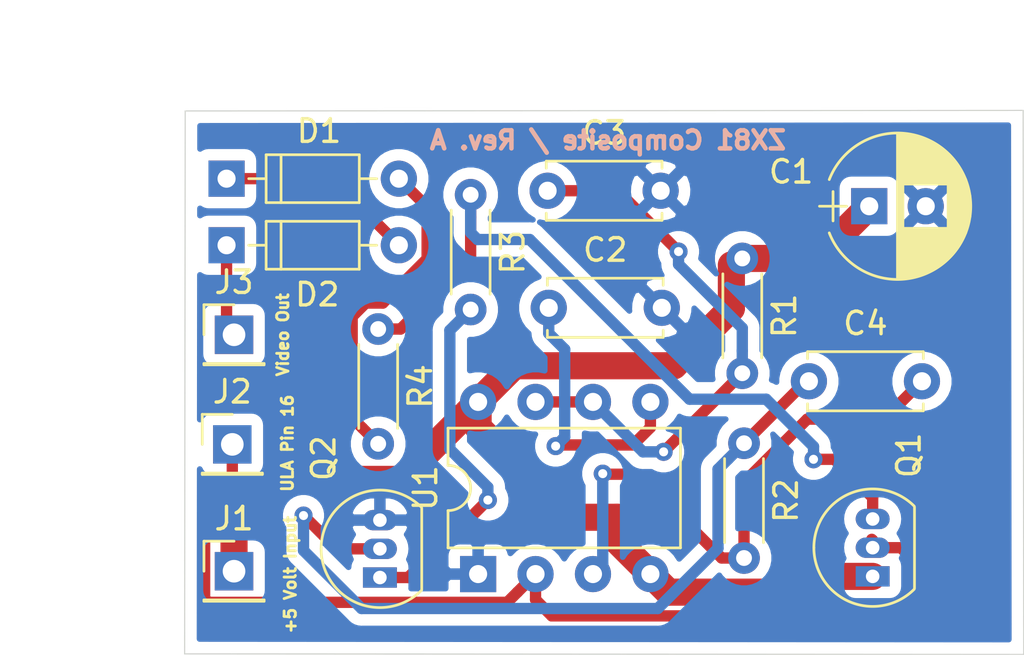
<source format=kicad_pcb>
(kicad_pcb (version 20171130) (host pcbnew "(5.1.9)-1")

  (general
    (thickness 1.6)
    (drawings 9)
    (tracks 117)
    (zones 0)
    (modules 16)
    (nets 13)
  )

  (page A4)
  (layers
    (0 F.Cu signal)
    (31 B.Cu signal)
    (32 B.Adhes user)
    (33 F.Adhes user)
    (34 B.Paste user)
    (35 F.Paste user)
    (36 B.SilkS user)
    (37 F.SilkS user)
    (38 B.Mask user)
    (39 F.Mask user)
    (40 Dwgs.User user)
    (41 Cmts.User user)
    (42 Eco1.User user)
    (43 Eco2.User user)
    (44 Edge.Cuts user)
    (45 Margin user)
    (46 B.CrtYd user)
    (47 F.CrtYd user)
    (48 B.Fab user)
    (49 F.Fab user)
  )

  (setup
    (last_trace_width 0.25)
    (user_trace_width 0.5)
    (user_trace_width 0.8)
    (user_trace_width 1.2)
    (trace_clearance 0.2)
    (zone_clearance 0.508)
    (zone_45_only no)
    (trace_min 0.2)
    (via_size 0.8)
    (via_drill 0.4)
    (via_min_size 0.4)
    (via_min_drill 0.3)
    (user_via 1.2 0.8)
    (user_via 5 4)
    (uvia_size 0.3)
    (uvia_drill 0.1)
    (uvias_allowed no)
    (uvia_min_size 0.2)
    (uvia_min_drill 0.1)
    (edge_width 0.05)
    (segment_width 0.2)
    (pcb_text_width 0.3)
    (pcb_text_size 1.5 1.5)
    (mod_edge_width 0.12)
    (mod_text_size 1 1)
    (mod_text_width 0.15)
    (pad_size 1.524 1.524)
    (pad_drill 0.762)
    (pad_to_mask_clearance 0.051)
    (solder_mask_min_width 0.25)
    (aux_axis_origin 0 0)
    (visible_elements 7FFFFFFF)
    (pcbplotparams
      (layerselection 0x010fc_ffffffff)
      (usegerberextensions false)
      (usegerberattributes false)
      (usegerberadvancedattributes false)
      (creategerberjobfile false)
      (excludeedgelayer true)
      (linewidth 0.100000)
      (plotframeref false)
      (viasonmask false)
      (mode 1)
      (useauxorigin false)
      (hpglpennumber 1)
      (hpglpenspeed 20)
      (hpglpendiameter 15.000000)
      (psnegative false)
      (psa4output false)
      (plotreference true)
      (plotvalue true)
      (plotinvisibletext false)
      (padsonsilk false)
      (subtractmaskfromsilk false)
      (outputformat 1)
      (mirror false)
      (drillshape 0)
      (scaleselection 1)
      (outputdirectory "Gerbers/"))
  )

  (net 0 "")
  (net 1 "Net-(D1-Pad2)")
  (net 2 "Net-(D1-Pad1)")
  (net 3 "Net-(D2-Pad1)")
  (net 4 +5V)
  (net 5 "Net-(J2-Pad1)")
  (net 6 "Net-(Q1-Pad3)")
  (net 7 GND)
  (net 8 "Net-(C2-Pad1)")
  (net 9 "Net-(C3-Pad1)")
  (net 10 "Net-(C4-Pad2)")
  (net 11 "Net-(C4-Pad1)")
  (net 12 "Net-(Q2-Pad1)")

  (net_class Default "Dit is de standaard class."
    (clearance 0.2)
    (trace_width 0.25)
    (via_dia 0.8)
    (via_drill 0.4)
    (uvia_dia 0.3)
    (uvia_drill 0.1)
    (add_net +5V)
    (add_net GND)
    (add_net "Net-(C2-Pad1)")
    (add_net "Net-(C3-Pad1)")
    (add_net "Net-(C4-Pad1)")
    (add_net "Net-(C4-Pad2)")
    (add_net "Net-(D1-Pad1)")
    (add_net "Net-(D1-Pad2)")
    (add_net "Net-(D2-Pad1)")
    (add_net "Net-(J2-Pad1)")
    (add_net "Net-(Q1-Pad3)")
    (add_net "Net-(Q2-Pad1)")
  )

  (net_class power ""
    (clearance 0.2)
    (trace_width 0.5)
    (via_dia 1.2)
    (via_drill 0.8)
    (uvia_dia 0.3)
    (uvia_drill 0.1)
  )

  (module TO_SOT_Packages_THT:TO-92_Inline_Narrow_Oval (layer F.Cu) (tedit 58CE52AF) (tstamp 606354BE)
    (at 63.2206 62.5602 90)
    (descr "TO-92 leads in-line, narrow, oval pads, drill 0.6mm (see NXP sot054_po.pdf)")
    (tags "to-92 sc-43 sc-43a sot54 PA33 transistor")
    (path /6065C7C5)
    (fp_text reference Q2 (at 5.2832 -2.4892 90) (layer F.SilkS)
      (effects (font (size 1 1) (thickness 0.15)))
    )
    (fp_text value BC337 (at 1.27 2.79 90) (layer F.Fab)
      (effects (font (size 1 1) (thickness 0.15)))
    )
    (fp_line (start 4 2.01) (end -1.46 2.01) (layer F.CrtYd) (width 0.05))
    (fp_line (start 4 2.01) (end 4 -2.73) (layer F.CrtYd) (width 0.05))
    (fp_line (start -1.46 -2.73) (end -1.46 2.01) (layer F.CrtYd) (width 0.05))
    (fp_line (start -1.46 -2.73) (end 4 -2.73) (layer F.CrtYd) (width 0.05))
    (fp_line (start -0.5 1.75) (end 3 1.75) (layer F.Fab) (width 0.1))
    (fp_line (start -0.53 1.85) (end 3.07 1.85) (layer F.SilkS) (width 0.12))
    (fp_text user %R (at 1.27 -3.56 90) (layer F.Fab)
      (effects (font (size 1 1) (thickness 0.15)))
    )
    (fp_arc (start 1.27 0) (end 1.27 -2.48) (angle 135) (layer F.Fab) (width 0.1))
    (fp_arc (start 1.27 0) (end 1.27 -2.6) (angle -135) (layer F.SilkS) (width 0.12))
    (fp_arc (start 1.27 0) (end 1.27 -2.48) (angle -135) (layer F.Fab) (width 0.1))
    (fp_arc (start 1.27 0) (end 1.27 -2.6) (angle 135) (layer F.SilkS) (width 0.12))
    (pad 2 thru_hole oval (at 1.27 0 270) (size 0.9 1.5) (drill 0.6) (layers *.Cu *.Mask)
      (net 11 "Net-(C4-Pad1)"))
    (pad 3 thru_hole oval (at 2.54 0 270) (size 0.9 1.5) (drill 0.6) (layers *.Cu *.Mask)
      (net 7 GND))
    (pad 1 thru_hole rect (at 0 0 270) (size 0.9 1.5) (drill 0.6) (layers *.Cu *.Mask)
      (net 12 "Net-(Q2-Pad1)"))
    (model ${KISYS3DMOD}/TO_SOT_Packages_THT.3dshapes/TO-92_Inline_Narrow_Oval.wrl
      (offset (xyz 1.269999980926514 0 0))
      (scale (xyz 1 1 1))
      (rotate (xyz 0 0 -90))
    )
  )

  (module Diodes_THT:D_DO-35_SOD27_P7.62mm_Horizontal (layer F.Cu) (tedit 5921392F) (tstamp 60634EBE)
    (at 56.4388 44.9072)
    (descr "D, DO-35_SOD27 series, Axial, Horizontal, pin pitch=7.62mm, , length*diameter=4*2mm^2, , http://www.diodes.com/_files/packages/DO-35.pdf")
    (tags "D DO-35_SOD27 series Axial Horizontal pin pitch 7.62mm  length 4mm diameter 2mm")
    (path /5F8CDD85)
    (fp_text reference D1 (at 4.0894 -2.1082) (layer F.SilkS)
      (effects (font (size 1 1) (thickness 0.15)))
    )
    (fp_text value 1N4148 (at 3.81 2.06) (layer F.Fab)
      (effects (font (size 1 1) (thickness 0.15)))
    )
    (fp_line (start 1.81 -1) (end 1.81 1) (layer F.Fab) (width 0.1))
    (fp_line (start 1.81 1) (end 5.81 1) (layer F.Fab) (width 0.1))
    (fp_line (start 5.81 1) (end 5.81 -1) (layer F.Fab) (width 0.1))
    (fp_line (start 5.81 -1) (end 1.81 -1) (layer F.Fab) (width 0.1))
    (fp_line (start 0 0) (end 1.81 0) (layer F.Fab) (width 0.1))
    (fp_line (start 7.62 0) (end 5.81 0) (layer F.Fab) (width 0.1))
    (fp_line (start 2.41 -1) (end 2.41 1) (layer F.Fab) (width 0.1))
    (fp_line (start 1.75 -1.06) (end 1.75 1.06) (layer F.SilkS) (width 0.12))
    (fp_line (start 1.75 1.06) (end 5.87 1.06) (layer F.SilkS) (width 0.12))
    (fp_line (start 5.87 1.06) (end 5.87 -1.06) (layer F.SilkS) (width 0.12))
    (fp_line (start 5.87 -1.06) (end 1.75 -1.06) (layer F.SilkS) (width 0.12))
    (fp_line (start 0.98 0) (end 1.75 0) (layer F.SilkS) (width 0.12))
    (fp_line (start 6.64 0) (end 5.87 0) (layer F.SilkS) (width 0.12))
    (fp_line (start 2.41 -1.06) (end 2.41 1.06) (layer F.SilkS) (width 0.12))
    (fp_line (start -1.05 -1.35) (end -1.05 1.35) (layer F.CrtYd) (width 0.05))
    (fp_line (start -1.05 1.35) (end 8.7 1.35) (layer F.CrtYd) (width 0.05))
    (fp_line (start 8.7 1.35) (end 8.7 -1.35) (layer F.CrtYd) (width 0.05))
    (fp_line (start 8.7 -1.35) (end -1.05 -1.35) (layer F.CrtYd) (width 0.05))
    (fp_text user %R (at 3.81 0) (layer F.Fab)
      (effects (font (size 1 1) (thickness 0.15)))
    )
    (pad 2 thru_hole oval (at 7.62 0) (size 1.6 1.6) (drill 0.8) (layers *.Cu *.Mask)
      (net 1 "Net-(D1-Pad2)"))
    (pad 1 thru_hole rect (at 0 0) (size 1.6 1.6) (drill 0.8) (layers *.Cu *.Mask)
      (net 2 "Net-(D1-Pad1)"))
    (model ${KISYS3DMOD}/Diodes_THT.3dshapes/D_DO-35_SOD27_P7.62mm_Horizontal.wrl
      (at (xyz 0 0 0))
      (scale (xyz 0.393701 0.393701 0.393701))
      (rotate (xyz 0 0 0))
    )
  )

  (module Diodes_THT:D_DO-35_SOD27_P7.62mm_Horizontal (layer F.Cu) (tedit 5921392F) (tstamp 60634ED7)
    (at 56.4388 47.8536)
    (descr "D, DO-35_SOD27 series, Axial, Horizontal, pin pitch=7.62mm, , length*diameter=4*2mm^2, , http://www.diodes.com/_files/packages/DO-35.pdf")
    (tags "D DO-35_SOD27 series Axial Horizontal pin pitch 7.62mm  length 4mm diameter 2mm")
    (path /5F8CE629)
    (fp_text reference D2 (at 4.0132 2.1844) (layer F.SilkS)
      (effects (font (size 1 1) (thickness 0.15)))
    )
    (fp_text value 1N4148 (at 3.81 2.06) (layer F.Fab)
      (effects (font (size 1 1) (thickness 0.15)))
    )
    (fp_line (start 8.7 -1.35) (end -1.05 -1.35) (layer F.CrtYd) (width 0.05))
    (fp_line (start 8.7 1.35) (end 8.7 -1.35) (layer F.CrtYd) (width 0.05))
    (fp_line (start -1.05 1.35) (end 8.7 1.35) (layer F.CrtYd) (width 0.05))
    (fp_line (start -1.05 -1.35) (end -1.05 1.35) (layer F.CrtYd) (width 0.05))
    (fp_line (start 2.41 -1.06) (end 2.41 1.06) (layer F.SilkS) (width 0.12))
    (fp_line (start 6.64 0) (end 5.87 0) (layer F.SilkS) (width 0.12))
    (fp_line (start 0.98 0) (end 1.75 0) (layer F.SilkS) (width 0.12))
    (fp_line (start 5.87 -1.06) (end 1.75 -1.06) (layer F.SilkS) (width 0.12))
    (fp_line (start 5.87 1.06) (end 5.87 -1.06) (layer F.SilkS) (width 0.12))
    (fp_line (start 1.75 1.06) (end 5.87 1.06) (layer F.SilkS) (width 0.12))
    (fp_line (start 1.75 -1.06) (end 1.75 1.06) (layer F.SilkS) (width 0.12))
    (fp_line (start 2.41 -1) (end 2.41 1) (layer F.Fab) (width 0.1))
    (fp_line (start 7.62 0) (end 5.81 0) (layer F.Fab) (width 0.1))
    (fp_line (start 0 0) (end 1.81 0) (layer F.Fab) (width 0.1))
    (fp_line (start 5.81 -1) (end 1.81 -1) (layer F.Fab) (width 0.1))
    (fp_line (start 5.81 1) (end 5.81 -1) (layer F.Fab) (width 0.1))
    (fp_line (start 1.81 1) (end 5.81 1) (layer F.Fab) (width 0.1))
    (fp_line (start 1.81 -1) (end 1.81 1) (layer F.Fab) (width 0.1))
    (fp_text user %R (at 3.81 0 -90) (layer F.Fab)
      (effects (font (size 1 1) (thickness 0.15)))
    )
    (pad 1 thru_hole rect (at 0 0) (size 1.6 1.6) (drill 0.8) (layers *.Cu *.Mask)
      (net 3 "Net-(D2-Pad1)"))
    (pad 2 thru_hole oval (at 7.62 0) (size 1.6 1.6) (drill 0.8) (layers *.Cu *.Mask)
      (net 2 "Net-(D1-Pad1)"))
    (model ${KISYS3DMOD}/Diodes_THT.3dshapes/D_DO-35_SOD27_P7.62mm_Horizontal.wrl
      (at (xyz 0 0 0))
      (scale (xyz 0.393701 0.393701 0.393701))
      (rotate (xyz 0 0 0))
    )
  )

  (module Pin_Headers:Pin_Header_Straight_1x01_Pitch2.54mm (layer F.Cu) (tedit 59650532) (tstamp 60634EEC)
    (at 56.769 62.2808)
    (descr "Through hole straight pin header, 1x01, 2.54mm pitch, single row")
    (tags "Through hole pin header THT 1x01 2.54mm single row")
    (path /5F8D07FD)
    (fp_text reference J1 (at 0 -2.33) (layer F.SilkS)
      (effects (font (size 1 1) (thickness 0.15)))
    )
    (fp_text value "+5 Volt Input" (at 2.4892 0.1524 90) (layer F.SilkS)
      (effects (font (size 0.5 0.5) (thickness 0.125)))
    )
    (fp_line (start 1.8 -1.8) (end -1.8 -1.8) (layer F.CrtYd) (width 0.05))
    (fp_line (start 1.8 1.8) (end 1.8 -1.8) (layer F.CrtYd) (width 0.05))
    (fp_line (start -1.8 1.8) (end 1.8 1.8) (layer F.CrtYd) (width 0.05))
    (fp_line (start -1.8 -1.8) (end -1.8 1.8) (layer F.CrtYd) (width 0.05))
    (fp_line (start -1.33 -1.33) (end 0 -1.33) (layer F.SilkS) (width 0.12))
    (fp_line (start -1.33 0) (end -1.33 -1.33) (layer F.SilkS) (width 0.12))
    (fp_line (start -1.33 1.27) (end 1.33 1.27) (layer F.SilkS) (width 0.12))
    (fp_line (start 1.33 1.27) (end 1.33 1.33) (layer F.SilkS) (width 0.12))
    (fp_line (start -1.33 1.27) (end -1.33 1.33) (layer F.SilkS) (width 0.12))
    (fp_line (start -1.33 1.33) (end 1.33 1.33) (layer F.SilkS) (width 0.12))
    (fp_line (start -1.27 -0.635) (end -0.635 -1.27) (layer F.Fab) (width 0.1))
    (fp_line (start -1.27 1.27) (end -1.27 -0.635) (layer F.Fab) (width 0.1))
    (fp_line (start 1.27 1.27) (end -1.27 1.27) (layer F.Fab) (width 0.1))
    (fp_line (start 1.27 -1.27) (end 1.27 1.27) (layer F.Fab) (width 0.1))
    (fp_line (start -0.635 -1.27) (end 1.27 -1.27) (layer F.Fab) (width 0.1))
    (fp_text user %R (at 0 0 90) (layer F.Fab)
      (effects (font (size 1 1) (thickness 0.15)))
    )
    (pad 1 thru_hole rect (at 0 0) (size 1.7 1.7) (drill 1) (layers *.Cu *.Mask)
      (net 4 +5V))
    (model ${KISYS3DMOD}/Pin_Headers.3dshapes/Pin_Header_Straight_1x01_Pitch2.54mm.wrl
      (at (xyz 0 0 0))
      (scale (xyz 1 1 1))
      (rotate (xyz 0 0 0))
    )
  )

  (module Pin_Headers:Pin_Header_Straight_1x01_Pitch2.54mm (layer F.Cu) (tedit 59650532) (tstamp 60634F01)
    (at 56.6928 56.6674)
    (descr "Through hole straight pin header, 1x01, 2.54mm pitch, single row")
    (tags "Through hole pin header THT 1x01 2.54mm single row")
    (path /5F8D0613)
    (fp_text reference J2 (at 0 -2.33) (layer F.SilkS)
      (effects (font (size 1 1) (thickness 0.15)))
    )
    (fp_text value "ULA Pin 16" (at 2.4384 -0.0508 90) (layer F.SilkS)
      (effects (font (size 0.5 0.5) (thickness 0.125)))
    )
    (fp_line (start -0.635 -1.27) (end 1.27 -1.27) (layer F.Fab) (width 0.1))
    (fp_line (start 1.27 -1.27) (end 1.27 1.27) (layer F.Fab) (width 0.1))
    (fp_line (start 1.27 1.27) (end -1.27 1.27) (layer F.Fab) (width 0.1))
    (fp_line (start -1.27 1.27) (end -1.27 -0.635) (layer F.Fab) (width 0.1))
    (fp_line (start -1.27 -0.635) (end -0.635 -1.27) (layer F.Fab) (width 0.1))
    (fp_line (start -1.33 1.33) (end 1.33 1.33) (layer F.SilkS) (width 0.12))
    (fp_line (start -1.33 1.27) (end -1.33 1.33) (layer F.SilkS) (width 0.12))
    (fp_line (start 1.33 1.27) (end 1.33 1.33) (layer F.SilkS) (width 0.12))
    (fp_line (start -1.33 1.27) (end 1.33 1.27) (layer F.SilkS) (width 0.12))
    (fp_line (start -1.33 0) (end -1.33 -1.33) (layer F.SilkS) (width 0.12))
    (fp_line (start -1.33 -1.33) (end 0 -1.33) (layer F.SilkS) (width 0.12))
    (fp_line (start -1.8 -1.8) (end -1.8 1.8) (layer F.CrtYd) (width 0.05))
    (fp_line (start -1.8 1.8) (end 1.8 1.8) (layer F.CrtYd) (width 0.05))
    (fp_line (start 1.8 1.8) (end 1.8 -1.8) (layer F.CrtYd) (width 0.05))
    (fp_line (start 1.8 -1.8) (end -1.8 -1.8) (layer F.CrtYd) (width 0.05))
    (fp_text user %R (at 0 0 90) (layer F.Fab)
      (effects (font (size 1 1) (thickness 0.15)))
    )
    (pad 1 thru_hole rect (at 0 0) (size 1.7 1.7) (drill 1) (layers *.Cu *.Mask)
      (net 5 "Net-(J2-Pad1)"))
    (model ${KISYS3DMOD}/Pin_Headers.3dshapes/Pin_Header_Straight_1x01_Pitch2.54mm.wrl
      (at (xyz 0 0 0))
      (scale (xyz 1 1 1))
      (rotate (xyz 0 0 0))
    )
  )

  (module Pin_Headers:Pin_Header_Straight_1x01_Pitch2.54mm (layer F.Cu) (tedit 59650532) (tstamp 60634F16)
    (at 56.769 51.816)
    (descr "Through hole straight pin header, 1x01, 2.54mm pitch, single row")
    (tags "Through hole pin header THT 1x01 2.54mm single row")
    (path /5F8D1F52)
    (fp_text reference J3 (at 0 -2.33) (layer F.SilkS)
      (effects (font (size 1 1) (thickness 0.15)))
    )
    (fp_text value "Video Out" (at 2.159 0 90) (layer F.SilkS)
      (effects (font (size 0.5 0.5) (thickness 0.125)))
    )
    (fp_line (start -0.635 -1.27) (end 1.27 -1.27) (layer F.Fab) (width 0.1))
    (fp_line (start 1.27 -1.27) (end 1.27 1.27) (layer F.Fab) (width 0.1))
    (fp_line (start 1.27 1.27) (end -1.27 1.27) (layer F.Fab) (width 0.1))
    (fp_line (start -1.27 1.27) (end -1.27 -0.635) (layer F.Fab) (width 0.1))
    (fp_line (start -1.27 -0.635) (end -0.635 -1.27) (layer F.Fab) (width 0.1))
    (fp_line (start -1.33 1.33) (end 1.33 1.33) (layer F.SilkS) (width 0.12))
    (fp_line (start -1.33 1.27) (end -1.33 1.33) (layer F.SilkS) (width 0.12))
    (fp_line (start 1.33 1.27) (end 1.33 1.33) (layer F.SilkS) (width 0.12))
    (fp_line (start -1.33 1.27) (end 1.33 1.27) (layer F.SilkS) (width 0.12))
    (fp_line (start -1.33 0) (end -1.33 -1.33) (layer F.SilkS) (width 0.12))
    (fp_line (start -1.33 -1.33) (end 0 -1.33) (layer F.SilkS) (width 0.12))
    (fp_line (start -1.8 -1.8) (end -1.8 1.8) (layer F.CrtYd) (width 0.05))
    (fp_line (start -1.8 1.8) (end 1.8 1.8) (layer F.CrtYd) (width 0.05))
    (fp_line (start 1.8 1.8) (end 1.8 -1.8) (layer F.CrtYd) (width 0.05))
    (fp_line (start 1.8 -1.8) (end -1.8 -1.8) (layer F.CrtYd) (width 0.05))
    (fp_text user %R (at 0 0 90) (layer F.Fab)
      (effects (font (size 1 1) (thickness 0.15)))
    )
    (pad 1 thru_hole rect (at 0 0) (size 1.7 1.7) (drill 1) (layers *.Cu *.Mask)
      (net 3 "Net-(D2-Pad1)"))
    (model ${KISYS3DMOD}/Pin_Headers.3dshapes/Pin_Header_Straight_1x01_Pitch2.54mm.wrl
      (at (xyz 0 0 0))
      (scale (xyz 1 1 1))
      (rotate (xyz 0 0 0))
    )
  )

  (module TO_SOT_Packages_THT:TO-92_Inline_Narrow_Oval (layer F.Cu) (tedit 58CE52AF) (tstamp 606354AD)
    (at 85.0138 62.5094 90)
    (descr "TO-92 leads in-line, narrow, oval pads, drill 0.6mm (see NXP sot054_po.pdf)")
    (tags "to-92 sc-43 sc-43a sot54 PA33 transistor")
    (path /5F8C7084)
    (fp_text reference Q1 (at 5.3594 1.6002 90) (layer F.SilkS)
      (effects (font (size 1 1) (thickness 0.15)))
    )
    (fp_text value BC337 (at 1.27 2.79 90) (layer F.Fab)
      (effects (font (size 1 1) (thickness 0.15)))
    )
    (fp_line (start -0.53 1.85) (end 3.07 1.85) (layer F.SilkS) (width 0.12))
    (fp_line (start -0.5 1.75) (end 3 1.75) (layer F.Fab) (width 0.1))
    (fp_line (start -1.46 -2.73) (end 4 -2.73) (layer F.CrtYd) (width 0.05))
    (fp_line (start -1.46 -2.73) (end -1.46 2.01) (layer F.CrtYd) (width 0.05))
    (fp_line (start 4 2.01) (end 4 -2.73) (layer F.CrtYd) (width 0.05))
    (fp_line (start 4 2.01) (end -1.46 2.01) (layer F.CrtYd) (width 0.05))
    (fp_arc (start 1.27 0) (end 1.27 -2.6) (angle 135) (layer F.SilkS) (width 0.12))
    (fp_arc (start 1.27 0) (end 1.27 -2.48) (angle -135) (layer F.Fab) (width 0.1))
    (fp_arc (start 1.27 0) (end 1.27 -2.6) (angle -135) (layer F.SilkS) (width 0.12))
    (fp_arc (start 1.27 0) (end 1.27 -2.48) (angle 135) (layer F.Fab) (width 0.1))
    (fp_text user %R (at 1.27 -3.56 90) (layer F.Fab)
      (effects (font (size 1 1) (thickness 0.15)))
    )
    (pad 1 thru_hole rect (at 0 0 270) (size 0.9 1.5) (drill 0.6) (layers *.Cu *.Mask)
      (net 4 +5V))
    (pad 3 thru_hole oval (at 2.54 0 270) (size 0.9 1.5) (drill 0.6) (layers *.Cu *.Mask)
      (net 6 "Net-(Q1-Pad3)"))
    (pad 2 thru_hole oval (at 1.27 0 270) (size 0.9 1.5) (drill 0.6) (layers *.Cu *.Mask)
      (net 5 "Net-(J2-Pad1)"))
    (model ${KISYS3DMOD}/TO_SOT_Packages_THT.3dshapes/TO-92_Inline_Narrow_Oval.wrl
      (offset (xyz 1.269999980926514 0 0))
      (scale (xyz 1 1 1))
      (rotate (xyz 0 0 -90))
    )
  )

  (module Capacitors_THT:CP_Radial_D6.3mm_P2.50mm (layer F.Cu) (tedit 597BC7C2) (tstamp 606A0826)
    (at 84.8614 46.1264)
    (descr "CP, Radial series, Radial, pin pitch=2.50mm, , diameter=6.3mm, Electrolytic Capacitor")
    (tags "CP Radial series Radial pin pitch 2.50mm  diameter 6.3mm Electrolytic Capacitor")
    (path /606394CA)
    (fp_text reference C1 (at -3.4544 -1.524) (layer F.SilkS)
      (effects (font (size 1 1) (thickness 0.15)))
    )
    (fp_text value 22uF (at 1.25 4.46) (layer F.Fab) hide
      (effects (font (size 1 1) (thickness 0.15)))
    )
    (fp_circle (center 1.25 0) (end 4.4 0) (layer F.Fab) (width 0.1))
    (fp_line (start -2.2 0) (end -1 0) (layer F.Fab) (width 0.1))
    (fp_line (start -1.6 -0.65) (end -1.6 0.65) (layer F.Fab) (width 0.1))
    (fp_line (start 1.25 -3.2) (end 1.25 3.2) (layer F.SilkS) (width 0.12))
    (fp_line (start 1.29 -3.2) (end 1.29 3.2) (layer F.SilkS) (width 0.12))
    (fp_line (start 1.33 -3.2) (end 1.33 3.2) (layer F.SilkS) (width 0.12))
    (fp_line (start 1.37 -3.198) (end 1.37 3.198) (layer F.SilkS) (width 0.12))
    (fp_line (start 1.41 -3.197) (end 1.41 3.197) (layer F.SilkS) (width 0.12))
    (fp_line (start 1.45 -3.194) (end 1.45 3.194) (layer F.SilkS) (width 0.12))
    (fp_line (start 1.49 -3.192) (end 1.49 3.192) (layer F.SilkS) (width 0.12))
    (fp_line (start 1.53 -3.188) (end 1.53 -0.98) (layer F.SilkS) (width 0.12))
    (fp_line (start 1.53 0.98) (end 1.53 3.188) (layer F.SilkS) (width 0.12))
    (fp_line (start 1.57 -3.185) (end 1.57 -0.98) (layer F.SilkS) (width 0.12))
    (fp_line (start 1.57 0.98) (end 1.57 3.185) (layer F.SilkS) (width 0.12))
    (fp_line (start 1.61 -3.18) (end 1.61 -0.98) (layer F.SilkS) (width 0.12))
    (fp_line (start 1.61 0.98) (end 1.61 3.18) (layer F.SilkS) (width 0.12))
    (fp_line (start 1.65 -3.176) (end 1.65 -0.98) (layer F.SilkS) (width 0.12))
    (fp_line (start 1.65 0.98) (end 1.65 3.176) (layer F.SilkS) (width 0.12))
    (fp_line (start 1.69 -3.17) (end 1.69 -0.98) (layer F.SilkS) (width 0.12))
    (fp_line (start 1.69 0.98) (end 1.69 3.17) (layer F.SilkS) (width 0.12))
    (fp_line (start 1.73 -3.165) (end 1.73 -0.98) (layer F.SilkS) (width 0.12))
    (fp_line (start 1.73 0.98) (end 1.73 3.165) (layer F.SilkS) (width 0.12))
    (fp_line (start 1.77 -3.158) (end 1.77 -0.98) (layer F.SilkS) (width 0.12))
    (fp_line (start 1.77 0.98) (end 1.77 3.158) (layer F.SilkS) (width 0.12))
    (fp_line (start 1.81 -3.152) (end 1.81 -0.98) (layer F.SilkS) (width 0.12))
    (fp_line (start 1.81 0.98) (end 1.81 3.152) (layer F.SilkS) (width 0.12))
    (fp_line (start 1.85 -3.144) (end 1.85 -0.98) (layer F.SilkS) (width 0.12))
    (fp_line (start 1.85 0.98) (end 1.85 3.144) (layer F.SilkS) (width 0.12))
    (fp_line (start 1.89 -3.137) (end 1.89 -0.98) (layer F.SilkS) (width 0.12))
    (fp_line (start 1.89 0.98) (end 1.89 3.137) (layer F.SilkS) (width 0.12))
    (fp_line (start 1.93 -3.128) (end 1.93 -0.98) (layer F.SilkS) (width 0.12))
    (fp_line (start 1.93 0.98) (end 1.93 3.128) (layer F.SilkS) (width 0.12))
    (fp_line (start 1.971 -3.119) (end 1.971 -0.98) (layer F.SilkS) (width 0.12))
    (fp_line (start 1.971 0.98) (end 1.971 3.119) (layer F.SilkS) (width 0.12))
    (fp_line (start 2.011 -3.11) (end 2.011 -0.98) (layer F.SilkS) (width 0.12))
    (fp_line (start 2.011 0.98) (end 2.011 3.11) (layer F.SilkS) (width 0.12))
    (fp_line (start 2.051 -3.1) (end 2.051 -0.98) (layer F.SilkS) (width 0.12))
    (fp_line (start 2.051 0.98) (end 2.051 3.1) (layer F.SilkS) (width 0.12))
    (fp_line (start 2.091 -3.09) (end 2.091 -0.98) (layer F.SilkS) (width 0.12))
    (fp_line (start 2.091 0.98) (end 2.091 3.09) (layer F.SilkS) (width 0.12))
    (fp_line (start 2.131 -3.079) (end 2.131 -0.98) (layer F.SilkS) (width 0.12))
    (fp_line (start 2.131 0.98) (end 2.131 3.079) (layer F.SilkS) (width 0.12))
    (fp_line (start 2.171 -3.067) (end 2.171 -0.98) (layer F.SilkS) (width 0.12))
    (fp_line (start 2.171 0.98) (end 2.171 3.067) (layer F.SilkS) (width 0.12))
    (fp_line (start 2.211 -3.055) (end 2.211 -0.98) (layer F.SilkS) (width 0.12))
    (fp_line (start 2.211 0.98) (end 2.211 3.055) (layer F.SilkS) (width 0.12))
    (fp_line (start 2.251 -3.042) (end 2.251 -0.98) (layer F.SilkS) (width 0.12))
    (fp_line (start 2.251 0.98) (end 2.251 3.042) (layer F.SilkS) (width 0.12))
    (fp_line (start 2.291 -3.029) (end 2.291 -0.98) (layer F.SilkS) (width 0.12))
    (fp_line (start 2.291 0.98) (end 2.291 3.029) (layer F.SilkS) (width 0.12))
    (fp_line (start 2.331 -3.015) (end 2.331 -0.98) (layer F.SilkS) (width 0.12))
    (fp_line (start 2.331 0.98) (end 2.331 3.015) (layer F.SilkS) (width 0.12))
    (fp_line (start 2.371 -3.001) (end 2.371 -0.98) (layer F.SilkS) (width 0.12))
    (fp_line (start 2.371 0.98) (end 2.371 3.001) (layer F.SilkS) (width 0.12))
    (fp_line (start 2.411 -2.986) (end 2.411 -0.98) (layer F.SilkS) (width 0.12))
    (fp_line (start 2.411 0.98) (end 2.411 2.986) (layer F.SilkS) (width 0.12))
    (fp_line (start 2.451 -2.97) (end 2.451 -0.98) (layer F.SilkS) (width 0.12))
    (fp_line (start 2.451 0.98) (end 2.451 2.97) (layer F.SilkS) (width 0.12))
    (fp_line (start 2.491 -2.954) (end 2.491 -0.98) (layer F.SilkS) (width 0.12))
    (fp_line (start 2.491 0.98) (end 2.491 2.954) (layer F.SilkS) (width 0.12))
    (fp_line (start 2.531 -2.937) (end 2.531 -0.98) (layer F.SilkS) (width 0.12))
    (fp_line (start 2.531 0.98) (end 2.531 2.937) (layer F.SilkS) (width 0.12))
    (fp_line (start 2.571 -2.919) (end 2.571 -0.98) (layer F.SilkS) (width 0.12))
    (fp_line (start 2.571 0.98) (end 2.571 2.919) (layer F.SilkS) (width 0.12))
    (fp_line (start 2.611 -2.901) (end 2.611 -0.98) (layer F.SilkS) (width 0.12))
    (fp_line (start 2.611 0.98) (end 2.611 2.901) (layer F.SilkS) (width 0.12))
    (fp_line (start 2.651 -2.882) (end 2.651 -0.98) (layer F.SilkS) (width 0.12))
    (fp_line (start 2.651 0.98) (end 2.651 2.882) (layer F.SilkS) (width 0.12))
    (fp_line (start 2.691 -2.863) (end 2.691 -0.98) (layer F.SilkS) (width 0.12))
    (fp_line (start 2.691 0.98) (end 2.691 2.863) (layer F.SilkS) (width 0.12))
    (fp_line (start 2.731 -2.843) (end 2.731 -0.98) (layer F.SilkS) (width 0.12))
    (fp_line (start 2.731 0.98) (end 2.731 2.843) (layer F.SilkS) (width 0.12))
    (fp_line (start 2.771 -2.822) (end 2.771 -0.98) (layer F.SilkS) (width 0.12))
    (fp_line (start 2.771 0.98) (end 2.771 2.822) (layer F.SilkS) (width 0.12))
    (fp_line (start 2.811 -2.8) (end 2.811 -0.98) (layer F.SilkS) (width 0.12))
    (fp_line (start 2.811 0.98) (end 2.811 2.8) (layer F.SilkS) (width 0.12))
    (fp_line (start 2.851 -2.778) (end 2.851 -0.98) (layer F.SilkS) (width 0.12))
    (fp_line (start 2.851 0.98) (end 2.851 2.778) (layer F.SilkS) (width 0.12))
    (fp_line (start 2.891 -2.755) (end 2.891 -0.98) (layer F.SilkS) (width 0.12))
    (fp_line (start 2.891 0.98) (end 2.891 2.755) (layer F.SilkS) (width 0.12))
    (fp_line (start 2.931 -2.731) (end 2.931 -0.98) (layer F.SilkS) (width 0.12))
    (fp_line (start 2.931 0.98) (end 2.931 2.731) (layer F.SilkS) (width 0.12))
    (fp_line (start 2.971 -2.706) (end 2.971 -0.98) (layer F.SilkS) (width 0.12))
    (fp_line (start 2.971 0.98) (end 2.971 2.706) (layer F.SilkS) (width 0.12))
    (fp_line (start 3.011 -2.681) (end 3.011 -0.98) (layer F.SilkS) (width 0.12))
    (fp_line (start 3.011 0.98) (end 3.011 2.681) (layer F.SilkS) (width 0.12))
    (fp_line (start 3.051 -2.654) (end 3.051 -0.98) (layer F.SilkS) (width 0.12))
    (fp_line (start 3.051 0.98) (end 3.051 2.654) (layer F.SilkS) (width 0.12))
    (fp_line (start 3.091 -2.627) (end 3.091 -0.98) (layer F.SilkS) (width 0.12))
    (fp_line (start 3.091 0.98) (end 3.091 2.627) (layer F.SilkS) (width 0.12))
    (fp_line (start 3.131 -2.599) (end 3.131 -0.98) (layer F.SilkS) (width 0.12))
    (fp_line (start 3.131 0.98) (end 3.131 2.599) (layer F.SilkS) (width 0.12))
    (fp_line (start 3.171 -2.57) (end 3.171 -0.98) (layer F.SilkS) (width 0.12))
    (fp_line (start 3.171 0.98) (end 3.171 2.57) (layer F.SilkS) (width 0.12))
    (fp_line (start 3.211 -2.54) (end 3.211 -0.98) (layer F.SilkS) (width 0.12))
    (fp_line (start 3.211 0.98) (end 3.211 2.54) (layer F.SilkS) (width 0.12))
    (fp_line (start 3.251 -2.51) (end 3.251 -0.98) (layer F.SilkS) (width 0.12))
    (fp_line (start 3.251 0.98) (end 3.251 2.51) (layer F.SilkS) (width 0.12))
    (fp_line (start 3.291 -2.478) (end 3.291 -0.98) (layer F.SilkS) (width 0.12))
    (fp_line (start 3.291 0.98) (end 3.291 2.478) (layer F.SilkS) (width 0.12))
    (fp_line (start 3.331 -2.445) (end 3.331 -0.98) (layer F.SilkS) (width 0.12))
    (fp_line (start 3.331 0.98) (end 3.331 2.445) (layer F.SilkS) (width 0.12))
    (fp_line (start 3.371 -2.411) (end 3.371 -0.98) (layer F.SilkS) (width 0.12))
    (fp_line (start 3.371 0.98) (end 3.371 2.411) (layer F.SilkS) (width 0.12))
    (fp_line (start 3.411 -2.375) (end 3.411 -0.98) (layer F.SilkS) (width 0.12))
    (fp_line (start 3.411 0.98) (end 3.411 2.375) (layer F.SilkS) (width 0.12))
    (fp_line (start 3.451 -2.339) (end 3.451 -0.98) (layer F.SilkS) (width 0.12))
    (fp_line (start 3.451 0.98) (end 3.451 2.339) (layer F.SilkS) (width 0.12))
    (fp_line (start 3.491 -2.301) (end 3.491 2.301) (layer F.SilkS) (width 0.12))
    (fp_line (start 3.531 -2.262) (end 3.531 2.262) (layer F.SilkS) (width 0.12))
    (fp_line (start 3.571 -2.222) (end 3.571 2.222) (layer F.SilkS) (width 0.12))
    (fp_line (start 3.611 -2.18) (end 3.611 2.18) (layer F.SilkS) (width 0.12))
    (fp_line (start 3.651 -2.137) (end 3.651 2.137) (layer F.SilkS) (width 0.12))
    (fp_line (start 3.691 -2.092) (end 3.691 2.092) (layer F.SilkS) (width 0.12))
    (fp_line (start 3.731 -2.045) (end 3.731 2.045) (layer F.SilkS) (width 0.12))
    (fp_line (start 3.771 -1.997) (end 3.771 1.997) (layer F.SilkS) (width 0.12))
    (fp_line (start 3.811 -1.946) (end 3.811 1.946) (layer F.SilkS) (width 0.12))
    (fp_line (start 3.851 -1.894) (end 3.851 1.894) (layer F.SilkS) (width 0.12))
    (fp_line (start 3.891 -1.839) (end 3.891 1.839) (layer F.SilkS) (width 0.12))
    (fp_line (start 3.931 -1.781) (end 3.931 1.781) (layer F.SilkS) (width 0.12))
    (fp_line (start 3.971 -1.721) (end 3.971 1.721) (layer F.SilkS) (width 0.12))
    (fp_line (start 4.011 -1.658) (end 4.011 1.658) (layer F.SilkS) (width 0.12))
    (fp_line (start 4.051 -1.591) (end 4.051 1.591) (layer F.SilkS) (width 0.12))
    (fp_line (start 4.091 -1.52) (end 4.091 1.52) (layer F.SilkS) (width 0.12))
    (fp_line (start 4.131 -1.445) (end 4.131 1.445) (layer F.SilkS) (width 0.12))
    (fp_line (start 4.171 -1.364) (end 4.171 1.364) (layer F.SilkS) (width 0.12))
    (fp_line (start 4.211 -1.278) (end 4.211 1.278) (layer F.SilkS) (width 0.12))
    (fp_line (start 4.251 -1.184) (end 4.251 1.184) (layer F.SilkS) (width 0.12))
    (fp_line (start 4.291 -1.081) (end 4.291 1.081) (layer F.SilkS) (width 0.12))
    (fp_line (start 4.331 -0.966) (end 4.331 0.966) (layer F.SilkS) (width 0.12))
    (fp_line (start 4.371 -0.834) (end 4.371 0.834) (layer F.SilkS) (width 0.12))
    (fp_line (start 4.411 -0.676) (end 4.411 0.676) (layer F.SilkS) (width 0.12))
    (fp_line (start 4.451 -0.468) (end 4.451 0.468) (layer F.SilkS) (width 0.12))
    (fp_line (start -2.2 0) (end -1 0) (layer F.SilkS) (width 0.12))
    (fp_line (start -1.6 -0.65) (end -1.6 0.65) (layer F.SilkS) (width 0.12))
    (fp_line (start -2.25 -3.5) (end -2.25 3.5) (layer F.CrtYd) (width 0.05))
    (fp_line (start -2.25 3.5) (end 4.75 3.5) (layer F.CrtYd) (width 0.05))
    (fp_line (start 4.75 3.5) (end 4.75 -3.5) (layer F.CrtYd) (width 0.05))
    (fp_line (start 4.75 -3.5) (end -2.25 -3.5) (layer F.CrtYd) (width 0.05))
    (fp_text user %R (at 1.25 0) (layer F.Fab)
      (effects (font (size 1 1) (thickness 0.15)))
    )
    (fp_arc (start 1.25 0) (end 4.267482 -1.18) (angle 42.7) (layer F.SilkS) (width 0.12))
    (fp_arc (start 1.25 0) (end -1.767482 1.18) (angle -137.3) (layer F.SilkS) (width 0.12))
    (fp_arc (start 1.25 0) (end -1.767482 -1.18) (angle 137.3) (layer F.SilkS) (width 0.12))
    (pad 2 thru_hole circle (at 2.5 0) (size 1.6 1.6) (drill 0.8) (layers *.Cu *.Mask)
      (net 7 GND))
    (pad 1 thru_hole rect (at 0 0) (size 1.6 1.6) (drill 0.8) (layers *.Cu *.Mask)
      (net 4 +5V))
    (model ${KISYS3DMOD}/Capacitors_THT.3dshapes/CP_Radial_D6.3mm_P2.50mm.wrl
      (at (xyz 0 0 0))
      (scale (xyz 1 1 1))
      (rotate (xyz 0 0 0))
    )
  )

  (module Capacitors_THT:C_Disc_D5.0mm_W2.5mm_P5.00mm (layer F.Cu) (tedit 597BC7C2) (tstamp 606A08CC)
    (at 70.6374 45.4406)
    (descr "C, Disc series, Radial, pin pitch=5.00mm, , diameter*width=5*2.5mm^2, Capacitor, http://cdn-reichelt.de/documents/datenblatt/B300/DS_KERKO_TC.pdf")
    (tags "C Disc series Radial pin pitch 5.00mm  diameter 5mm width 2.5mm Capacitor")
    (path /606537F6)
    (fp_text reference C3 (at 2.5 -2.56) (layer F.SilkS)
      (effects (font (size 1 1) (thickness 0.15)))
    )
    (fp_text value 820pF (at 2.5 2.56) (layer F.Fab)
      (effects (font (size 1 1) (thickness 0.15)))
    )
    (fp_line (start 0 -1.25) (end 0 1.25) (layer F.Fab) (width 0.1))
    (fp_line (start 0 1.25) (end 5 1.25) (layer F.Fab) (width 0.1))
    (fp_line (start 5 1.25) (end 5 -1.25) (layer F.Fab) (width 0.1))
    (fp_line (start 5 -1.25) (end 0 -1.25) (layer F.Fab) (width 0.1))
    (fp_line (start -0.06 -1.31) (end 5.06 -1.31) (layer F.SilkS) (width 0.12))
    (fp_line (start -0.06 1.31) (end 5.06 1.31) (layer F.SilkS) (width 0.12))
    (fp_line (start -0.06 -1.31) (end -0.06 -0.996) (layer F.SilkS) (width 0.12))
    (fp_line (start -0.06 0.996) (end -0.06 1.31) (layer F.SilkS) (width 0.12))
    (fp_line (start 5.06 -1.31) (end 5.06 -0.996) (layer F.SilkS) (width 0.12))
    (fp_line (start 5.06 0.996) (end 5.06 1.31) (layer F.SilkS) (width 0.12))
    (fp_line (start -1.05 -1.6) (end -1.05 1.6) (layer F.CrtYd) (width 0.05))
    (fp_line (start -1.05 1.6) (end 6.05 1.6) (layer F.CrtYd) (width 0.05))
    (fp_line (start 6.05 1.6) (end 6.05 -1.6) (layer F.CrtYd) (width 0.05))
    (fp_line (start 6.05 -1.6) (end -1.05 -1.6) (layer F.CrtYd) (width 0.05))
    (fp_text user %R (at 2.3622 0) (layer F.Fab)
      (effects (font (size 1 1) (thickness 0.15)))
    )
    (pad 2 thru_hole circle (at 5 0) (size 1.6 1.6) (drill 0.8) (layers *.Cu *.Mask)
      (net 7 GND))
    (pad 1 thru_hole circle (at 0 0) (size 1.6 1.6) (drill 0.8) (layers *.Cu *.Mask)
      (net 9 "Net-(C3-Pad1)"))
    (model ${KISYS3DMOD}/Capacitors_THT.3dshapes/C_Disc_D5.0mm_W2.5mm_P5.00mm.wrl
      (at (xyz 0 0 0))
      (scale (xyz 1 1 1))
      (rotate (xyz 0 0 0))
    )
  )

  (module Capacitors_THT:C_Disc_D5.0mm_W2.5mm_P5.00mm (layer F.Cu) (tedit 597BC7C2) (tstamp 606A08E0)
    (at 82.1944 53.8734)
    (descr "C, Disc series, Radial, pin pitch=5.00mm, , diameter*width=5*2.5mm^2, Capacitor, http://cdn-reichelt.de/documents/datenblatt/B300/DS_KERKO_TC.pdf")
    (tags "C Disc series Radial pin pitch 5.00mm  diameter 5mm width 2.5mm Capacitor")
    (path /6065884C)
    (fp_text reference C4 (at 2.5 -2.56) (layer F.SilkS)
      (effects (font (size 1 1) (thickness 0.15)))
    )
    (fp_text value 82pF (at 2.5 2.56) (layer F.Fab)
      (effects (font (size 1 1) (thickness 0.15)))
    )
    (fp_line (start 6.05 -1.6) (end -1.05 -1.6) (layer F.CrtYd) (width 0.05))
    (fp_line (start 6.05 1.6) (end 6.05 -1.6) (layer F.CrtYd) (width 0.05))
    (fp_line (start -1.05 1.6) (end 6.05 1.6) (layer F.CrtYd) (width 0.05))
    (fp_line (start -1.05 -1.6) (end -1.05 1.6) (layer F.CrtYd) (width 0.05))
    (fp_line (start 5.06 0.996) (end 5.06 1.31) (layer F.SilkS) (width 0.12))
    (fp_line (start 5.06 -1.31) (end 5.06 -0.996) (layer F.SilkS) (width 0.12))
    (fp_line (start -0.06 0.996) (end -0.06 1.31) (layer F.SilkS) (width 0.12))
    (fp_line (start -0.06 -1.31) (end -0.06 -0.996) (layer F.SilkS) (width 0.12))
    (fp_line (start -0.06 1.31) (end 5.06 1.31) (layer F.SilkS) (width 0.12))
    (fp_line (start -0.06 -1.31) (end 5.06 -1.31) (layer F.SilkS) (width 0.12))
    (fp_line (start 5 -1.25) (end 0 -1.25) (layer F.Fab) (width 0.1))
    (fp_line (start 5 1.25) (end 5 -1.25) (layer F.Fab) (width 0.1))
    (fp_line (start 0 1.25) (end 5 1.25) (layer F.Fab) (width 0.1))
    (fp_line (start 0 -1.25) (end 0 1.25) (layer F.Fab) (width 0.1))
    (fp_text user %R (at 2.4892 -0.0762) (layer F.Fab) hide
      (effects (font (size 1 1) (thickness 0.15)))
    )
    (pad 1 thru_hole circle (at 0 0) (size 1.6 1.6) (drill 0.8) (layers *.Cu *.Mask)
      (net 11 "Net-(C4-Pad1)"))
    (pad 2 thru_hole circle (at 5 0) (size 1.6 1.6) (drill 0.8) (layers *.Cu *.Mask)
      (net 10 "Net-(C4-Pad2)"))
    (model ${KISYS3DMOD}/Capacitors_THT.3dshapes/C_Disc_D5.0mm_W2.5mm_P5.00mm.wrl
      (at (xyz 0 0 0))
      (scale (xyz 1 1 1))
      (rotate (xyz 0 0 0))
    )
  )

  (module Resistors_THT:R_Axial_DIN0204_L3.6mm_D1.6mm_P5.08mm_Horizontal (layer F.Cu) (tedit 5874F706) (tstamp 606A08F4)
    (at 79.248 48.4378 270)
    (descr "Resistor, Axial_DIN0204 series, Axial, Horizontal, pin pitch=5.08mm, 0.16666666666666666W = 1/6W, length*diameter=3.6*1.6mm^2, http://cdn-reichelt.de/documents/datenblatt/B400/1_4W%23YAG.pdf")
    (tags "Resistor Axial_DIN0204 series Axial Horizontal pin pitch 5.08mm 0.16666666666666666W = 1/6W length 3.6mm diameter 1.6mm")
    (path /60652925)
    (fp_text reference R1 (at 2.54 -1.86 90) (layer F.SilkS)
      (effects (font (size 1 1) (thickness 0.15)))
    )
    (fp_text value 10K (at 2.54 1.86 90) (layer F.Fab)
      (effects (font (size 1 1) (thickness 0.15)))
    )
    (fp_line (start 6.05 -1.15) (end -0.95 -1.15) (layer F.CrtYd) (width 0.05))
    (fp_line (start 6.05 1.15) (end 6.05 -1.15) (layer F.CrtYd) (width 0.05))
    (fp_line (start -0.95 1.15) (end 6.05 1.15) (layer F.CrtYd) (width 0.05))
    (fp_line (start -0.95 -1.15) (end -0.95 1.15) (layer F.CrtYd) (width 0.05))
    (fp_line (start 0.68 0.86) (end 4.4 0.86) (layer F.SilkS) (width 0.12))
    (fp_line (start 0.68 -0.86) (end 4.4 -0.86) (layer F.SilkS) (width 0.12))
    (fp_line (start 5.08 0) (end 4.34 0) (layer F.Fab) (width 0.1))
    (fp_line (start 0 0) (end 0.74 0) (layer F.Fab) (width 0.1))
    (fp_line (start 4.34 -0.8) (end 0.74 -0.8) (layer F.Fab) (width 0.1))
    (fp_line (start 4.34 0.8) (end 4.34 -0.8) (layer F.Fab) (width 0.1))
    (fp_line (start 0.74 0.8) (end 4.34 0.8) (layer F.Fab) (width 0.1))
    (fp_line (start 0.74 -0.8) (end 0.74 0.8) (layer F.Fab) (width 0.1))
    (pad 1 thru_hole circle (at 0 0 270) (size 1.4 1.4) (drill 0.7) (layers *.Cu *.Mask)
      (net 4 +5V))
    (pad 2 thru_hole oval (at 5.08 0 270) (size 1.4 1.4) (drill 0.7) (layers *.Cu *.Mask)
      (net 9 "Net-(C3-Pad1)"))
    (model ${KISYS3DMOD}/Resistors_THT.3dshapes/R_Axial_DIN0204_L3.6mm_D1.6mm_P5.08mm_Horizontal.wrl
      (at (xyz 0 0 0))
      (scale (xyz 0.393701 0.393701 0.393701))
      (rotate (xyz 0 0 0))
    )
  )

  (module Resistors_THT:R_Axial_DIN0204_L3.6mm_D1.6mm_P5.08mm_Horizontal (layer F.Cu) (tedit 5874F706) (tstamp 606A0905)
    (at 79.3242 56.6166 270)
    (descr "Resistor, Axial_DIN0204 series, Axial, Horizontal, pin pitch=5.08mm, 0.16666666666666666W = 1/6W, length*diameter=3.6*1.6mm^2, http://cdn-reichelt.de/documents/datenblatt/B400/1_4W%23YAG.pdf")
    (tags "Resistor Axial_DIN0204 series Axial Horizontal pin pitch 5.08mm 0.16666666666666666W = 1/6W length 3.6mm diameter 1.6mm")
    (path /6065AA8A)
    (fp_text reference R2 (at 2.54 -1.86 90) (layer F.SilkS)
      (effects (font (size 1 1) (thickness 0.15)))
    )
    (fp_text value 10K (at 2.54 1.86 90) (layer F.Fab)
      (effects (font (size 1 1) (thickness 0.15)))
    )
    (fp_line (start 0.74 -0.8) (end 0.74 0.8) (layer F.Fab) (width 0.1))
    (fp_line (start 0.74 0.8) (end 4.34 0.8) (layer F.Fab) (width 0.1))
    (fp_line (start 4.34 0.8) (end 4.34 -0.8) (layer F.Fab) (width 0.1))
    (fp_line (start 4.34 -0.8) (end 0.74 -0.8) (layer F.Fab) (width 0.1))
    (fp_line (start 0 0) (end 0.74 0) (layer F.Fab) (width 0.1))
    (fp_line (start 5.08 0) (end 4.34 0) (layer F.Fab) (width 0.1))
    (fp_line (start 0.68 -0.86) (end 4.4 -0.86) (layer F.SilkS) (width 0.12))
    (fp_line (start 0.68 0.86) (end 4.4 0.86) (layer F.SilkS) (width 0.12))
    (fp_line (start -0.95 -1.15) (end -0.95 1.15) (layer F.CrtYd) (width 0.05))
    (fp_line (start -0.95 1.15) (end 6.05 1.15) (layer F.CrtYd) (width 0.05))
    (fp_line (start 6.05 1.15) (end 6.05 -1.15) (layer F.CrtYd) (width 0.05))
    (fp_line (start 6.05 -1.15) (end -0.95 -1.15) (layer F.CrtYd) (width 0.05))
    (pad 2 thru_hole oval (at 5.08 0 270) (size 1.4 1.4) (drill 0.7) (layers *.Cu *.Mask)
      (net 10 "Net-(C4-Pad2)"))
    (pad 1 thru_hole circle (at 0 0 270) (size 1.4 1.4) (drill 0.7) (layers *.Cu *.Mask)
      (net 11 "Net-(C4-Pad1)"))
    (model ${KISYS3DMOD}/Resistors_THT.3dshapes/R_Axial_DIN0204_L3.6mm_D1.6mm_P5.08mm_Horizontal.wrl
      (at (xyz 0 0 0))
      (scale (xyz 0.393701 0.393701 0.393701))
      (rotate (xyz 0 0 0))
    )
  )

  (module Resistors_THT:R_Axial_DIN0204_L3.6mm_D1.6mm_P5.08mm_Horizontal (layer F.Cu) (tedit 5874F706) (tstamp 606A0916)
    (at 67.2338 45.6184 270)
    (descr "Resistor, Axial_DIN0204 series, Axial, Horizontal, pin pitch=5.08mm, 0.16666666666666666W = 1/6W, length*diameter=3.6*1.6mm^2, http://cdn-reichelt.de/documents/datenblatt/B400/1_4W%23YAG.pdf")
    (tags "Resistor Axial_DIN0204 series Axial Horizontal pin pitch 5.08mm 0.16666666666666666W = 1/6W length 3.6mm diameter 1.6mm")
    (path /6065E069)
    (fp_text reference R3 (at 2.54 -1.86 90) (layer F.SilkS)
      (effects (font (size 1 1) (thickness 0.15)))
    )
    (fp_text value 68R (at 2.54 1.86 90) (layer F.Fab)
      (effects (font (size 1 1) (thickness 0.15)))
    )
    (fp_line (start 6.05 -1.15) (end -0.95 -1.15) (layer F.CrtYd) (width 0.05))
    (fp_line (start 6.05 1.15) (end 6.05 -1.15) (layer F.CrtYd) (width 0.05))
    (fp_line (start -0.95 1.15) (end 6.05 1.15) (layer F.CrtYd) (width 0.05))
    (fp_line (start -0.95 -1.15) (end -0.95 1.15) (layer F.CrtYd) (width 0.05))
    (fp_line (start 0.68 0.86) (end 4.4 0.86) (layer F.SilkS) (width 0.12))
    (fp_line (start 0.68 -0.86) (end 4.4 -0.86) (layer F.SilkS) (width 0.12))
    (fp_line (start 5.08 0) (end 4.34 0) (layer F.Fab) (width 0.1))
    (fp_line (start 0 0) (end 0.74 0) (layer F.Fab) (width 0.1))
    (fp_line (start 4.34 -0.8) (end 0.74 -0.8) (layer F.Fab) (width 0.1))
    (fp_line (start 4.34 0.8) (end 4.34 -0.8) (layer F.Fab) (width 0.1))
    (fp_line (start 0.74 0.8) (end 4.34 0.8) (layer F.Fab) (width 0.1))
    (fp_line (start 0.74 -0.8) (end 0.74 0.8) (layer F.Fab) (width 0.1))
    (pad 1 thru_hole circle (at 0 0 270) (size 1.4 1.4) (drill 0.7) (layers *.Cu *.Mask)
      (net 6 "Net-(Q1-Pad3)"))
    (pad 2 thru_hole oval (at 5.08 0 270) (size 1.4 1.4) (drill 0.7) (layers *.Cu *.Mask)
      (net 12 "Net-(Q2-Pad1)"))
    (model ${KISYS3DMOD}/Resistors_THT.3dshapes/R_Axial_DIN0204_L3.6mm_D1.6mm_P5.08mm_Horizontal.wrl
      (at (xyz 0 0 0))
      (scale (xyz 0.393701 0.393701 0.393701))
      (rotate (xyz 0 0 0))
    )
  )

  (module Resistors_THT:R_Axial_DIN0204_L3.6mm_D1.6mm_P5.08mm_Horizontal (layer F.Cu) (tedit 5874F706) (tstamp 606A0927)
    (at 63.1444 51.562 270)
    (descr "Resistor, Axial_DIN0204 series, Axial, Horizontal, pin pitch=5.08mm, 0.16666666666666666W = 1/6W, length*diameter=3.6*1.6mm^2, http://cdn-reichelt.de/documents/datenblatt/B400/1_4W%23YAG.pdf")
    (tags "Resistor Axial_DIN0204 series Axial Horizontal pin pitch 5.08mm 0.16666666666666666W = 1/6W length 3.6mm diameter 1.6mm")
    (path /60640DC9)
    (fp_text reference R4 (at 2.54 -1.86 90) (layer F.SilkS)
      (effects (font (size 1 1) (thickness 0.15)))
    )
    (fp_text value 56R (at 2.54 1.86 90) (layer F.Fab)
      (effects (font (size 1 1) (thickness 0.15)))
    )
    (fp_line (start 0.74 -0.8) (end 0.74 0.8) (layer F.Fab) (width 0.1))
    (fp_line (start 0.74 0.8) (end 4.34 0.8) (layer F.Fab) (width 0.1))
    (fp_line (start 4.34 0.8) (end 4.34 -0.8) (layer F.Fab) (width 0.1))
    (fp_line (start 4.34 -0.8) (end 0.74 -0.8) (layer F.Fab) (width 0.1))
    (fp_line (start 0 0) (end 0.74 0) (layer F.Fab) (width 0.1))
    (fp_line (start 5.08 0) (end 4.34 0) (layer F.Fab) (width 0.1))
    (fp_line (start 0.68 -0.86) (end 4.4 -0.86) (layer F.SilkS) (width 0.12))
    (fp_line (start 0.68 0.86) (end 4.4 0.86) (layer F.SilkS) (width 0.12))
    (fp_line (start -0.95 -1.15) (end -0.95 1.15) (layer F.CrtYd) (width 0.05))
    (fp_line (start -0.95 1.15) (end 6.05 1.15) (layer F.CrtYd) (width 0.05))
    (fp_line (start 6.05 1.15) (end 6.05 -1.15) (layer F.CrtYd) (width 0.05))
    (fp_line (start 6.05 -1.15) (end -0.95 -1.15) (layer F.CrtYd) (width 0.05))
    (pad 2 thru_hole oval (at 5.08 0 270) (size 1.4 1.4) (drill 0.7) (layers *.Cu *.Mask)
      (net 1 "Net-(D1-Pad2)"))
    (pad 1 thru_hole circle (at 0 0 270) (size 1.4 1.4) (drill 0.7) (layers *.Cu *.Mask)
      (net 6 "Net-(Q1-Pad3)"))
    (model ${KISYS3DMOD}/Resistors_THT.3dshapes/R_Axial_DIN0204_L3.6mm_D1.6mm_P5.08mm_Horizontal.wrl
      (at (xyz 0 0 0))
      (scale (xyz 0.393701 0.393701 0.393701))
      (rotate (xyz 0 0 0))
    )
  )

  (module Capacitors_THT:C_Disc_D5.0mm_W2.5mm_P5.00mm (layer F.Cu) (tedit 597BC7C2) (tstamp 606A1A2C)
    (at 70.6882 50.6222)
    (descr "C, Disc series, Radial, pin pitch=5.00mm, , diameter*width=5*2.5mm^2, Capacitor, http://cdn-reichelt.de/documents/datenblatt/B300/DS_KERKO_TC.pdf")
    (tags "C Disc series Radial pin pitch 5.00mm  diameter 5mm width 2.5mm Capacitor")
    (path /6064E52A)
    (fp_text reference C2 (at 2.5 -2.56) (layer F.SilkS)
      (effects (font (size 1 1) (thickness 0.15)))
    )
    (fp_text value 10nF (at 2.5 2.56) (layer F.Fab) hide
      (effects (font (size 1 1) (thickness 0.15)))
    )
    (fp_line (start 0 -1.25) (end 0 1.25) (layer F.Fab) (width 0.1))
    (fp_line (start 0 1.25) (end 5 1.25) (layer F.Fab) (width 0.1))
    (fp_line (start 5 1.25) (end 5 -1.25) (layer F.Fab) (width 0.1))
    (fp_line (start 5 -1.25) (end 0 -1.25) (layer F.Fab) (width 0.1))
    (fp_line (start -0.06 -1.31) (end 5.06 -1.31) (layer F.SilkS) (width 0.12))
    (fp_line (start -0.06 1.31) (end 5.06 1.31) (layer F.SilkS) (width 0.12))
    (fp_line (start -0.06 -1.31) (end -0.06 -0.996) (layer F.SilkS) (width 0.12))
    (fp_line (start -0.06 0.996) (end -0.06 1.31) (layer F.SilkS) (width 0.12))
    (fp_line (start 5.06 -1.31) (end 5.06 -0.996) (layer F.SilkS) (width 0.12))
    (fp_line (start 5.06 0.996) (end 5.06 1.31) (layer F.SilkS) (width 0.12))
    (fp_line (start -1.05 -1.6) (end -1.05 1.6) (layer F.CrtYd) (width 0.05))
    (fp_line (start -1.05 1.6) (end 6.05 1.6) (layer F.CrtYd) (width 0.05))
    (fp_line (start 6.05 1.6) (end 6.05 -1.6) (layer F.CrtYd) (width 0.05))
    (fp_line (start 6.05 -1.6) (end -1.05 -1.6) (layer F.CrtYd) (width 0.05))
    (fp_text user %R (at 2.5 0) (layer F.Fab)
      (effects (font (size 1 1) (thickness 0.15)))
    )
    (pad 2 thru_hole circle (at 5 0) (size 1.6 1.6) (drill 0.8) (layers *.Cu *.Mask)
      (net 7 GND))
    (pad 1 thru_hole circle (at 0 0) (size 1.6 1.6) (drill 0.8) (layers *.Cu *.Mask)
      (net 8 "Net-(C2-Pad1)"))
    (model ${KISYS3DMOD}/Capacitors_THT.3dshapes/C_Disc_D5.0mm_W2.5mm_P5.00mm.wrl
      (at (xyz 0 0 0))
      (scale (xyz 1 1 1))
      (rotate (xyz 0 0 0))
    )
  )

  (module Housings_DIP:DIP-8_W7.62mm (layer F.Cu) (tedit 59C78D6B) (tstamp 60914FCD)
    (at 67.564 62.4078 90)
    (descr "8-lead though-hole mounted DIP package, row spacing 7.62 mm (300 mils)")
    (tags "THT DIP DIL PDIP 2.54mm 7.62mm 300mil")
    (path /60641D68)
    (fp_text reference U1 (at 3.81 -2.33 90) (layer F.SilkS)
      (effects (font (size 1 1) (thickness 0.15)))
    )
    (fp_text value NE555 (at 3.81 9.95 90) (layer F.Fab)
      (effects (font (size 1 1) (thickness 0.15)))
    )
    (fp_text user %R (at 3.81 3.81 90) (layer F.Fab)
      (effects (font (size 1 1) (thickness 0.15)))
    )
    (fp_arc (start 3.81 -1.33) (end 2.81 -1.33) (angle -180) (layer F.SilkS) (width 0.12))
    (fp_line (start 1.635 -1.27) (end 6.985 -1.27) (layer F.Fab) (width 0.1))
    (fp_line (start 6.985 -1.27) (end 6.985 8.89) (layer F.Fab) (width 0.1))
    (fp_line (start 6.985 8.89) (end 0.635 8.89) (layer F.Fab) (width 0.1))
    (fp_line (start 0.635 8.89) (end 0.635 -0.27) (layer F.Fab) (width 0.1))
    (fp_line (start 0.635 -0.27) (end 1.635 -1.27) (layer F.Fab) (width 0.1))
    (fp_line (start 2.81 -1.33) (end 1.16 -1.33) (layer F.SilkS) (width 0.12))
    (fp_line (start 1.16 -1.33) (end 1.16 8.95) (layer F.SilkS) (width 0.12))
    (fp_line (start 1.16 8.95) (end 6.46 8.95) (layer F.SilkS) (width 0.12))
    (fp_line (start 6.46 8.95) (end 6.46 -1.33) (layer F.SilkS) (width 0.12))
    (fp_line (start 6.46 -1.33) (end 4.81 -1.33) (layer F.SilkS) (width 0.12))
    (fp_line (start -1.1 -1.55) (end -1.1 9.15) (layer F.CrtYd) (width 0.05))
    (fp_line (start -1.1 9.15) (end 8.7 9.15) (layer F.CrtYd) (width 0.05))
    (fp_line (start 8.7 9.15) (end 8.7 -1.55) (layer F.CrtYd) (width 0.05))
    (fp_line (start 8.7 -1.55) (end -1.1 -1.55) (layer F.CrtYd) (width 0.05))
    (pad 8 thru_hole oval (at 7.62 0 90) (size 1.6 1.6) (drill 0.8) (layers *.Cu *.Mask)
      (net 4 +5V))
    (pad 4 thru_hole oval (at 0 7.62 90) (size 1.6 1.6) (drill 0.8) (layers *.Cu *.Mask)
      (net 4 +5V))
    (pad 7 thru_hole oval (at 7.62 2.54 90) (size 1.6 1.6) (drill 0.8) (layers *.Cu *.Mask)
      (net 9 "Net-(C3-Pad1)"))
    (pad 3 thru_hole oval (at 0 5.08 90) (size 1.6 1.6) (drill 0.8) (layers *.Cu *.Mask)
      (net 10 "Net-(C4-Pad2)"))
    (pad 6 thru_hole oval (at 7.62 5.08 90) (size 1.6 1.6) (drill 0.8) (layers *.Cu *.Mask)
      (net 9 "Net-(C3-Pad1)"))
    (pad 2 thru_hole oval (at 0 2.54 90) (size 1.6 1.6) (drill 0.8) (layers *.Cu *.Mask)
      (net 5 "Net-(J2-Pad1)"))
    (pad 5 thru_hole oval (at 7.62 7.62 90) (size 1.6 1.6) (drill 0.8) (layers *.Cu *.Mask)
      (net 8 "Net-(C2-Pad1)"))
    (pad 1 thru_hole rect (at 0 0 90) (size 1.6 1.6) (drill 0.8) (layers *.Cu *.Mask)
      (net 7 GND))
    (model ${KISYS3DMOD}/Housings_DIP.3dshapes/DIP-8_W7.62mm.wrl
      (at (xyz 0 0 0))
      (scale (xyz 1 1 1))
      (rotate (xyz 0 0 0))
    )
  )

  (gr_line (start 91.694 65.9384) (end 91.6686 41.8846) (layer Edge.Cuts) (width 0.05) (tstamp 607D794B))
  (gr_line (start 54.5846 65.9384) (end 91.694 65.9638) (layer Edge.Cuts) (width 0.05) (tstamp 607D7717))
  (gr_line (start 91.694 65.9638) (end 91.694 65.9384) (layer Edge.Cuts) (width 0.05))
  (gr_line (start 91.6686 41.8846) (end 91.567 41.8846) (layer Edge.Cuts) (width 0.05) (tstamp 607D7360))
  (gr_line (start 54.61 41.91) (end 54.5846 65.9384) (layer Edge.Cuts) (width 0.05))
  (gr_line (start 54.61 41.91) (end 91.567 41.8846) (layer Edge.Cuts) (width 0.05))
  (dimension 23.9776 (width 0.12) (layer Dwgs.User)
    (gr_text "23,978 mm" (at 52.6542 53.9242 270) (layer Dwgs.User)
      (effects (font (size 1 1) (thickness 0.15)))
    )
    (feature1 (pts (xy 48.5902 65.913) (xy 51.970621 65.913)))
    (feature2 (pts (xy 48.5902 41.9354) (xy 51.970621 41.9354)))
    (crossbar (pts (xy 51.3842 41.9354) (xy 51.3842 65.913)))
    (arrow1a (pts (xy 51.3842 65.913) (xy 50.797779 64.786496)))
    (arrow1b (pts (xy 51.3842 65.913) (xy 51.970621 64.786496)))
    (arrow2a (pts (xy 51.3842 41.9354) (xy 50.797779 43.061904)))
    (arrow2b (pts (xy 51.3842 41.9354) (xy 51.970621 43.061904)))
  )
  (dimension 36.9824 (width 0.12) (layer Dwgs.User)
    (gr_text "36,982 mm" (at 73.0758 40.3098) (layer Dwgs.User)
      (effects (font (size 1 1) (thickness 0.15)))
    )
    (feature1 (pts (xy 91.567 37.0586) (xy 91.567 39.626221)))
    (feature2 (pts (xy 54.5846 37.0586) (xy 54.5846 39.626221)))
    (crossbar (pts (xy 54.5846 39.0398) (xy 91.567 39.0398)))
    (arrow1a (pts (xy 91.567 39.0398) (xy 90.440496 39.626221)))
    (arrow1b (pts (xy 91.567 39.0398) (xy 90.440496 38.453379)))
    (arrow2a (pts (xy 54.5846 39.0398) (xy 55.711104 39.626221)))
    (arrow2b (pts (xy 54.5846 39.0398) (xy 55.711104 38.453379)))
  )
  (gr_text "ZX81 Composite / Rev. A" (at 73.3044 43.2054) (layer B.SilkS)
    (effects (font (size 0.8 0.8) (thickness 0.2)) (justify mirror))
  )

  (segment (start 61.994399 55.491999) (end 62.444401 55.942001) (width 0.5) (layer F.Cu) (net 1))
  (segment (start 61.994399 51.009999) (end 61.994399 55.491999) (width 0.5) (layer F.Cu) (net 1))
  (segment (start 62.592399 50.411999) (end 61.994399 51.009999) (width 0.5) (layer F.Cu) (net 1))
  (segment (start 62.444401 55.942001) (end 63.1444 56.642) (width 0.5) (layer F.Cu) (net 1))
  (segment (start 63.350403 50.411999) (end 62.592399 50.411999) (width 0.5) (layer F.Cu) (net 1))
  (segment (start 65.308801 48.453601) (end 63.350403 50.411999) (width 0.5) (layer F.Cu) (net 1))
  (segment (start 65.308801 46.157201) (end 65.308801 48.453601) (width 0.5) (layer F.Cu) (net 1))
  (segment (start 64.0588 44.9072) (end 65.308801 46.157201) (width 0.5) (layer F.Cu) (net 1))
  (segment (start 61.1124 44.9072) (end 64.0588 47.8536) (width 0.5) (layer F.Cu) (net 2))
  (segment (start 56.4388 44.9072) (end 61.1124 44.9072) (width 0.5) (layer F.Cu) (net 2))
  (segment (start 56.4388 51.4858) (end 56.769 51.816) (width 0.5) (layer F.Cu) (net 3))
  (segment (start 56.4388 47.8536) (end 56.4388 51.4858) (width 0.5) (layer F.Cu) (net 3))
  (segment (start 56.769 60.2308) (end 58.783 58.2168) (width 1.2) (layer F.Cu) (net 4))
  (segment (start 56.769 62.2808) (end 56.769 60.2308) (width 1.2) (layer F.Cu) (net 4))
  (segment (start 64.135 58.2168) (end 67.564 54.7878) (width 1.2) (layer F.Cu) (net 4))
  (segment (start 58.783 58.2168) (end 64.135 58.2168) (width 1.2) (layer F.Cu) (net 4))
  (segment (start 69.164001 53.187799) (end 76.225201 53.187799) (width 1.2) (layer F.Cu) (net 4))
  (segment (start 67.564 54.7878) (end 69.164001 53.187799) (width 1.2) (layer F.Cu) (net 4))
  (segment (start 76.225201 53.187799) (end 78.7654 50.6476) (width 1.2) (layer F.Cu) (net 4))
  (segment (start 78.7654 50.6476) (end 78.7654 48.7238) (width 1.2) (layer F.Cu) (net 4))
  (segment (start 83.0638 62.5094) (end 85.0138 62.5094) (width 1.2) (layer F.Cu) (net 4))
  (segment (start 82.365401 63.207799) (end 83.0638 62.5094) (width 1.2) (layer F.Cu) (net 4))
  (segment (start 75.983999 63.207799) (end 82.365401 63.207799) (width 1.2) (layer F.Cu) (net 4))
  (segment (start 75.184 62.4078) (end 75.983999 63.207799) (width 1.2) (layer F.Cu) (net 4))
  (segment (start 73.7108 60.9346) (end 75.184 62.4078) (width 1.2) (layer F.Cu) (net 4))
  (segment (start 73.7108 59.8932) (end 73.7108 60.9346) (width 1.2) (layer F.Cu) (net 4))
  (segment (start 71.53803 59.8932) (end 73.7108 59.8932) (width 1.2) (layer F.Cu) (net 4))
  (segment (start 67.564 54.7878) (end 67.564 55.91917) (width 1.2) (layer F.Cu) (net 4))
  (segment (start 67.564 55.91917) (end 71.53803 59.8932) (width 1.2) (layer F.Cu) (net 4))
  (segment (start 82.55 48.4378) (end 84.8614 46.1264) (width 1.2) (layer F.Cu) (net 4))
  (segment (start 79.248 48.4378) (end 82.55 48.4378) (width 1.2) (layer F.Cu) (net 4))
  (segment (start 69.304001 63.207799) (end 70.104 62.4078) (width 0.5) (layer F.Cu) (net 5))
  (segment (start 68.853999 63.657801) (end 69.304001 63.207799) (width 0.5) (layer F.Cu) (net 5))
  (segment (start 55.635999 63.657801) (end 68.853999 63.657801) (width 0.5) (layer F.Cu) (net 5))
  (segment (start 55.468999 63.490801) (end 55.635999 63.657801) (width 0.5) (layer F.Cu) (net 5))
  (segment (start 55.468999 60.045863) (end 55.468999 63.490801) (width 0.5) (layer F.Cu) (net 5))
  (segment (start 56.6928 58.822062) (end 55.468999 60.045863) (width 0.5) (layer F.Cu) (net 5))
  (segment (start 56.6928 56.6674) (end 56.6928 58.822062) (width 0.5) (layer F.Cu) (net 5))
  (segment (start 85.0138 61.2394) (end 85.0138 60.9092) (width 0.5) (layer F.Cu) (net 5))
  (segment (start 85.0138 60.9092) (end 84.97401 60.86941) (width 0.5) (layer F.Cu) (net 5))
  (segment (start 70.822639 64.257809) (end 85.551391 64.257809) (width 0.5) (layer F.Cu) (net 5))
  (segment (start 70.104 62.4078) (end 70.104 63.53917) (width 0.5) (layer F.Cu) (net 5))
  (segment (start 70.104 63.53917) (end 70.822639 64.257809) (width 0.5) (layer F.Cu) (net 5))
  (segment (start 85.551391 64.257809) (end 86.8426 62.9666) (width 0.5) (layer F.Cu) (net 5))
  (segment (start 86.2638 61.2394) (end 85.0138 61.2394) (width 0.5) (layer F.Cu) (net 5))
  (segment (start 86.8426 61.8182) (end 86.2638 61.2394) (width 0.5) (layer F.Cu) (net 5))
  (segment (start 86.8426 62.9666) (end 86.8426 61.8182) (width 0.5) (layer F.Cu) (net 5))
  (segment (start 67.2338 46.608349) (end 67.2338 45.6184) (width 0.5) (layer F.Cu) (net 6))
  (segment (start 67.2338 48.462549) (end 67.2338 46.608349) (width 0.5) (layer F.Cu) (net 6))
  (segment (start 64.134349 51.562) (end 67.2338 48.462549) (width 0.5) (layer F.Cu) (net 6))
  (segment (start 63.1444 51.562) (end 64.134349 51.562) (width 0.5) (layer F.Cu) (net 6))
  (segment (start 85.0138 59.0194) (end 83.6778 57.6834) (width 0.5) (layer F.Cu) (net 6))
  (segment (start 85.0138 59.9694) (end 85.0138 59.0194) (width 0.5) (layer F.Cu) (net 6))
  (via (at 82.3976 57.3278) (size 0.8) (drill 0.4) (layers F.Cu B.Cu) (net 6))
  (segment (start 83.6778 57.6834) (end 83.3222 57.3278) (width 0.5) (layer F.Cu) (net 6))
  (segment (start 83.3222 57.3278) (end 82.3976 57.3278) (width 0.5) (layer F.Cu) (net 6))
  (segment (start 76.914003 54.667801) (end 69.845802 47.5996) (width 0.5) (layer B.Cu) (net 6))
  (segment (start 80.303286 54.667801) (end 76.914003 54.667801) (width 0.5) (layer B.Cu) (net 6))
  (segment (start 82.3976 57.3278) (end 82.3976 56.762115) (width 0.5) (layer B.Cu) (net 6))
  (segment (start 82.3976 56.762115) (end 80.303286 54.667801) (width 0.5) (layer B.Cu) (net 6))
  (segment (start 69.845802 47.5996) (end 67.5386 47.5996) (width 0.5) (layer B.Cu) (net 6))
  (segment (start 67.2338 47.2948) (end 67.2338 45.6184) (width 0.5) (layer B.Cu) (net 6))
  (segment (start 67.5386 47.5996) (end 67.2338 47.2948) (width 0.5) (layer B.Cu) (net 6))
  (segment (start 75.184 55.91917) (end 74.41037 56.6928) (width 0.5) (layer F.Cu) (net 8))
  (segment (start 75.184 54.7878) (end 75.184 55.91917) (width 0.5) (layer F.Cu) (net 8))
  (via (at 70.993 56.7436) (size 0.8) (drill 0.4) (layers F.Cu B.Cu) (net 8))
  (segment (start 74.41037 56.6928) (end 71.0438 56.6928) (width 0.5) (layer F.Cu) (net 8))
  (segment (start 71.0438 56.6928) (end 70.993 56.7436) (width 0.5) (layer F.Cu) (net 8))
  (segment (start 70.6882 51.75357) (end 70.6882 50.6222) (width 0.5) (layer B.Cu) (net 8))
  (segment (start 71.392999 52.458369) (end 70.6882 51.75357) (width 0.5) (layer B.Cu) (net 8))
  (segment (start 71.392999 56.343601) (end 71.392999 52.458369) (width 0.5) (layer B.Cu) (net 8))
  (segment (start 70.993 56.7436) (end 71.392999 56.343601) (width 0.5) (layer B.Cu) (net 8))
  (segment (start 70.104 54.7878) (end 72.644 54.7878) (width 0.5) (layer F.Cu) (net 9))
  (segment (start 79.248 53.5178) (end 75.7682 56.9976) (width 0.5) (layer F.Cu) (net 9))
  (via (at 75.7682 56.9976) (size 0.8) (drill 0.4) (layers F.Cu B.Cu) (net 9))
  (segment (start 74.8538 56.9976) (end 72.644 54.7878) (width 0.5) (layer B.Cu) (net 9))
  (segment (start 75.7682 56.9976) (end 74.8538 56.9976) (width 0.5) (layer B.Cu) (net 9))
  (via (at 76.4286 48.133) (size 0.8) (drill 0.4) (layers F.Cu B.Cu) (net 9))
  (segment (start 70.6374 45.4406) (end 73.7362 45.4406) (width 0.5) (layer F.Cu) (net 9))
  (segment (start 73.7362 45.4406) (end 76.4286 48.133) (width 0.5) (layer F.Cu) (net 9))
  (segment (start 79.248 52.527851) (end 79.248 53.5178) (width 0.5) (layer B.Cu) (net 9))
  (segment (start 79.248 51.518085) (end 79.248 52.527851) (width 0.5) (layer B.Cu) (net 9))
  (segment (start 76.4286 48.698685) (end 79.248 51.518085) (width 0.5) (layer B.Cu) (net 9))
  (segment (start 76.4286 48.133) (end 76.4286 48.698685) (width 0.5) (layer B.Cu) (net 9))
  (segment (start 87.1944 53.8734) (end 85.518 55.5498) (width 0.5) (layer F.Cu) (net 10))
  (segment (start 85.518 55.5498) (end 82.1182 55.5498) (width 0.5) (layer F.Cu) (net 10))
  (segment (start 79.3242 58.3438) (end 79.3242 61.6966) (width 0.5) (layer F.Cu) (net 10))
  (segment (start 82.1182 55.5498) (end 79.3242 58.3438) (width 0.5) (layer F.Cu) (net 10))
  (segment (start 78.334251 61.6966) (end 74.625851 57.9882) (width 0.5) (layer F.Cu) (net 10))
  (segment (start 79.3242 61.6966) (end 78.334251 61.6966) (width 0.5) (layer F.Cu) (net 10))
  (via (at 73.0758 57.9628) (size 0.8) (drill 0.4) (layers F.Cu B.Cu) (net 10))
  (segment (start 74.625851 57.9882) (end 73.1012 57.9882) (width 0.5) (layer F.Cu) (net 10))
  (segment (start 73.1012 57.9882) (end 73.0758 57.9628) (width 0.5) (layer F.Cu) (net 10))
  (segment (start 73.0758 61.976) (end 72.644 62.4078) (width 0.5) (layer B.Cu) (net 10))
  (segment (start 73.0758 57.9628) (end 73.0758 61.976) (width 0.5) (layer B.Cu) (net 10))
  (segment (start 82.0674 53.8734) (end 79.3242 56.6166) (width 0.5) (layer F.Cu) (net 11))
  (segment (start 82.1944 53.8734) (end 82.0674 53.8734) (width 0.5) (layer F.Cu) (net 11))
  (via (at 59.8424 59.817) (size 0.8) (drill 0.4) (layers F.Cu B.Cu) (net 11))
  (segment (start 63.2206 61.2902) (end 61.3156 61.2902) (width 0.5) (layer F.Cu) (net 11))
  (segment (start 61.3156 61.2902) (end 59.8424 59.817) (width 0.5) (layer F.Cu) (net 11))
  (segment (start 59.8424 61.3664) (end 62.4078 63.9318) (width 0.5) (layer B.Cu) (net 11))
  (segment (start 59.8424 59.817) (end 59.8424 61.3664) (width 0.5) (layer B.Cu) (net 11))
  (segment (start 78.624201 57.316599) (end 79.3242 56.6166) (width 0.5) (layer B.Cu) (net 11))
  (segment (start 78.174199 57.766601) (end 78.624201 57.316599) (width 0.5) (layer B.Cu) (net 11))
  (segment (start 78.174199 61.267603) (end 78.174199 57.766601) (width 0.5) (layer B.Cu) (net 11))
  (segment (start 75.510002 63.9318) (end 78.174199 61.267603) (width 0.5) (layer B.Cu) (net 11))
  (segment (start 62.4078 63.9318) (end 75.510002 63.9318) (width 0.5) (layer B.Cu) (net 11))
  (segment (start 64.4706 62.5602) (end 67.0052 60.0256) (width 0.5) (layer F.Cu) (net 12))
  (segment (start 63.2206 62.5602) (end 64.4706 62.5602) (width 0.5) (layer F.Cu) (net 12))
  (via (at 67.9958 59.1312) (size 0.8) (drill 0.4) (layers F.Cu B.Cu) (net 12))
  (segment (start 67.0052 60.0256) (end 67.1014 60.0256) (width 0.5) (layer F.Cu) (net 12))
  (segment (start 67.1014 60.0256) (end 67.9958 59.1312) (width 0.5) (layer F.Cu) (net 12))
  (segment (start 66.533801 51.398399) (end 67.2338 50.6984) (width 0.5) (layer B.Cu) (net 12))
  (segment (start 66.313999 51.618201) (end 66.533801 51.398399) (width 0.5) (layer B.Cu) (net 12))
  (segment (start 66.313999 56.883714) (end 66.313999 51.618201) (width 0.5) (layer B.Cu) (net 12))
  (segment (start 67.9958 58.565515) (end 66.313999 56.883714) (width 0.5) (layer B.Cu) (net 12))
  (segment (start 67.9958 59.1312) (end 67.9958 58.565515) (width 0.5) (layer B.Cu) (net 12))

  (zone (net 7) (net_name GND) (layer B.Cu) (tstamp 0) (hatch edge 0.508)
    (connect_pads (clearance 0.508))
    (min_thickness 0.254)
    (fill yes (arc_segments 32) (thermal_gap 0.508) (thermal_bridge_width 0.508))
    (polygon
      (pts
        (xy 54.61 41.91) (xy 91.694 41.91) (xy 91.694 65.9892) (xy 54.5592 65.9892)
      )
    )
    (filled_polygon
      (pts
        (xy 91.033329 65.303348) (xy 55.245297 65.278852) (xy 55.249364 61.4308) (xy 55.280928 61.4308) (xy 55.280928 63.1308)
        (xy 55.293188 63.255282) (xy 55.329498 63.37498) (xy 55.388463 63.485294) (xy 55.467815 63.581985) (xy 55.564506 63.661337)
        (xy 55.67482 63.720302) (xy 55.794518 63.756612) (xy 55.919 63.768872) (xy 57.619 63.768872) (xy 57.743482 63.756612)
        (xy 57.86318 63.720302) (xy 57.973494 63.661337) (xy 58.070185 63.581985) (xy 58.149537 63.485294) (xy 58.208502 63.37498)
        (xy 58.244812 63.255282) (xy 58.257072 63.1308) (xy 58.257072 61.4308) (xy 58.244812 61.306318) (xy 58.208502 61.18662)
        (xy 58.149537 61.076306) (xy 58.070185 60.979615) (xy 57.973494 60.900263) (xy 57.86318 60.841298) (xy 57.743482 60.804988)
        (xy 57.619 60.792728) (xy 55.919 60.792728) (xy 55.794518 60.804988) (xy 55.67482 60.841298) (xy 55.564506 60.900263)
        (xy 55.467815 60.979615) (xy 55.388463 61.076306) (xy 55.329498 61.18662) (xy 55.293188 61.306318) (xy 55.280928 61.4308)
        (xy 55.249364 61.4308) (xy 55.251178 59.715061) (xy 58.8074 59.715061) (xy 58.8074 59.918939) (xy 58.847174 60.118898)
        (xy 58.925195 60.307256) (xy 58.9574 60.355455) (xy 58.957401 61.322921) (xy 58.953119 61.3664) (xy 58.970205 61.53989)
        (xy 59.020812 61.706713) (xy 59.10299 61.860459) (xy 59.185868 61.961446) (xy 59.185871 61.961449) (xy 59.213584 61.995217)
        (xy 59.247351 62.022929) (xy 61.75127 64.526849) (xy 61.778983 64.560617) (xy 61.812751 64.58833) (xy 61.812753 64.588332)
        (xy 61.884252 64.64701) (xy 61.913741 64.671211) (xy 62.067487 64.753389) (xy 62.23431 64.803995) (xy 62.364323 64.8168)
        (xy 62.364333 64.8168) (xy 62.407799 64.821081) (xy 62.451265 64.8168) (xy 75.466533 64.8168) (xy 75.510002 64.821081)
        (xy 75.553471 64.8168) (xy 75.553479 64.8168) (xy 75.683492 64.803995) (xy 75.850315 64.753389) (xy 76.004061 64.671211)
        (xy 76.138819 64.560617) (xy 76.166536 64.526844) (xy 78.230573 62.462808) (xy 78.287238 62.547613) (xy 78.473187 62.733562)
        (xy 78.691841 62.879661) (xy 78.934795 62.980296) (xy 79.192714 63.0316) (xy 79.455686 63.0316) (xy 79.713605 62.980296)
        (xy 79.956559 62.879661) (xy 80.175213 62.733562) (xy 80.361162 62.547613) (xy 80.507261 62.328959) (xy 80.607896 62.086005)
        (xy 80.6592 61.828086) (xy 80.6592 61.565114) (xy 80.607896 61.307195) (xy 80.507261 61.064241) (xy 80.361162 60.845587)
        (xy 80.175213 60.659638) (xy 79.956559 60.513539) (xy 79.713605 60.412904) (xy 79.455686 60.3616) (xy 79.192714 60.3616)
        (xy 79.059199 60.388158) (xy 79.059199 59.9694) (xy 83.623551 59.9694) (xy 83.6445 60.182097) (xy 83.706541 60.38662)
        (xy 83.807291 60.57511) (xy 83.831329 60.6044) (xy 83.807291 60.63369) (xy 83.706541 60.82218) (xy 83.6445 61.026703)
        (xy 83.623551 61.2394) (xy 83.6445 61.452097) (xy 83.706541 61.65662) (xy 83.732807 61.70576) (xy 83.674298 61.81522)
        (xy 83.637988 61.934918) (xy 83.625728 62.0594) (xy 83.625728 62.9594) (xy 83.637988 63.083882) (xy 83.674298 63.20358)
        (xy 83.733263 63.313894) (xy 83.812615 63.410585) (xy 83.909306 63.489937) (xy 84.01962 63.548902) (xy 84.139318 63.585212)
        (xy 84.2638 63.597472) (xy 85.7638 63.597472) (xy 85.888282 63.585212) (xy 86.00798 63.548902) (xy 86.118294 63.489937)
        (xy 86.214985 63.410585) (xy 86.294337 63.313894) (xy 86.353302 63.20358) (xy 86.389612 63.083882) (xy 86.401872 62.9594)
        (xy 86.401872 62.0594) (xy 86.389612 61.934918) (xy 86.353302 61.81522) (xy 86.294793 61.70576) (xy 86.321059 61.65662)
        (xy 86.3831 61.452097) (xy 86.404049 61.2394) (xy 86.3831 61.026703) (xy 86.321059 60.82218) (xy 86.220309 60.63369)
        (xy 86.196271 60.6044) (xy 86.220309 60.57511) (xy 86.321059 60.38662) (xy 86.3831 60.182097) (xy 86.404049 59.9694)
        (xy 86.3831 59.756703) (xy 86.321059 59.55218) (xy 86.220309 59.36369) (xy 86.084722 59.198478) (xy 85.91951 59.062891)
        (xy 85.73102 58.962141) (xy 85.526497 58.9001) (xy 85.367094 58.8844) (xy 84.660506 58.8844) (xy 84.501103 58.9001)
        (xy 84.29658 58.962141) (xy 84.10809 59.062891) (xy 83.942878 59.198478) (xy 83.807291 59.36369) (xy 83.706541 59.55218)
        (xy 83.6445 59.756703) (xy 83.623551 59.9694) (xy 79.059199 59.9694) (xy 79.059199 58.133179) (xy 79.240778 57.9516)
        (xy 79.455686 57.9516) (xy 79.713605 57.900296) (xy 79.956559 57.799661) (xy 80.175213 57.653562) (xy 80.361162 57.467613)
        (xy 80.507261 57.248959) (xy 80.607896 57.006005) (xy 80.6592 56.748086) (xy 80.6592 56.485114) (xy 80.607896 56.227195)
        (xy 80.605629 56.221723) (xy 81.404551 57.020645) (xy 81.402374 57.025902) (xy 81.3626 57.225861) (xy 81.3626 57.429739)
        (xy 81.402374 57.629698) (xy 81.480395 57.818056) (xy 81.593663 57.987574) (xy 81.737826 58.131737) (xy 81.907344 58.245005)
        (xy 82.095702 58.323026) (xy 82.295661 58.3628) (xy 82.499539 58.3628) (xy 82.699498 58.323026) (xy 82.887856 58.245005)
        (xy 83.057374 58.131737) (xy 83.201537 57.987574) (xy 83.314805 57.818056) (xy 83.392826 57.629698) (xy 83.4326 57.429739)
        (xy 83.4326 57.225861) (xy 83.392826 57.025902) (xy 83.314805 56.837544) (xy 83.283994 56.791431) (xy 83.286881 56.762114)
        (xy 83.2826 56.718648) (xy 83.2826 56.718638) (xy 83.269795 56.588625) (xy 83.219189 56.421802) (xy 83.137011 56.268056)
        (xy 83.026417 56.133298) (xy 82.992649 56.105585) (xy 82.195464 55.3084) (xy 82.335735 55.3084) (xy 82.612974 55.253253)
        (xy 82.874127 55.14508) (xy 83.109159 54.988037) (xy 83.309037 54.788159) (xy 83.46608 54.553127) (xy 83.574253 54.291974)
        (xy 83.6294 54.014735) (xy 83.6294 53.732065) (xy 85.7594 53.732065) (xy 85.7594 54.014735) (xy 85.814547 54.291974)
        (xy 85.92272 54.553127) (xy 86.079763 54.788159) (xy 86.279641 54.988037) (xy 86.514673 55.14508) (xy 86.775826 55.253253)
        (xy 87.053065 55.3084) (xy 87.335735 55.3084) (xy 87.612974 55.253253) (xy 87.874127 55.14508) (xy 88.109159 54.988037)
        (xy 88.309037 54.788159) (xy 88.46608 54.553127) (xy 88.574253 54.291974) (xy 88.6294 54.014735) (xy 88.6294 53.732065)
        (xy 88.574253 53.454826) (xy 88.46608 53.193673) (xy 88.309037 52.958641) (xy 88.109159 52.758763) (xy 87.874127 52.60172)
        (xy 87.612974 52.493547) (xy 87.335735 52.4384) (xy 87.053065 52.4384) (xy 86.775826 52.493547) (xy 86.514673 52.60172)
        (xy 86.279641 52.758763) (xy 86.079763 52.958641) (xy 85.92272 53.193673) (xy 85.814547 53.454826) (xy 85.7594 53.732065)
        (xy 83.6294 53.732065) (xy 83.574253 53.454826) (xy 83.46608 53.193673) (xy 83.309037 52.958641) (xy 83.109159 52.758763)
        (xy 82.874127 52.60172) (xy 82.612974 52.493547) (xy 82.335735 52.4384) (xy 82.053065 52.4384) (xy 81.775826 52.493547)
        (xy 81.514673 52.60172) (xy 81.279641 52.758763) (xy 81.079763 52.958641) (xy 80.92272 53.193673) (xy 80.814547 53.454826)
        (xy 80.7594 53.732065) (xy 80.7594 53.908108) (xy 80.643599 53.846212) (xy 80.549506 53.817669) (xy 80.583 53.649286)
        (xy 80.583 53.386314) (xy 80.531696 53.128395) (xy 80.431061 52.885441) (xy 80.284962 52.666787) (xy 80.133 52.514825)
        (xy 80.133 51.561554) (xy 80.137281 51.518085) (xy 80.133 51.474616) (xy 80.133 51.474608) (xy 80.120195 51.344595)
        (xy 80.069589 51.177772) (xy 79.987411 51.024026) (xy 79.876817 50.889268) (xy 79.84305 50.861556) (xy 78.575601 49.594107)
        (xy 78.615641 49.620861) (xy 78.858595 49.721496) (xy 79.116514 49.7728) (xy 79.379486 49.7728) (xy 79.637405 49.721496)
        (xy 79.880359 49.620861) (xy 80.099013 49.474762) (xy 80.284962 49.288813) (xy 80.431061 49.070159) (xy 80.531696 48.827205)
        (xy 80.583 48.569286) (xy 80.583 48.306314) (xy 80.531696 48.048395) (xy 80.431061 47.805441) (xy 80.284962 47.586787)
        (xy 80.099013 47.400838) (xy 79.880359 47.254739) (xy 79.637405 47.154104) (xy 79.379486 47.1028) (xy 79.116514 47.1028)
        (xy 78.858595 47.154104) (xy 78.615641 47.254739) (xy 78.396987 47.400838) (xy 78.211038 47.586787) (xy 78.064939 47.805441)
        (xy 77.964304 48.048395) (xy 77.913 48.306314) (xy 77.913 48.569286) (xy 77.964304 48.827205) (xy 78.064939 49.070159)
        (xy 78.091693 49.1102) (xy 77.421648 48.440155) (xy 77.423826 48.434898) (xy 77.4636 48.234939) (xy 77.4636 48.031061)
        (xy 77.423826 47.831102) (xy 77.345805 47.642744) (xy 77.232537 47.473226) (xy 77.088374 47.329063) (xy 76.918856 47.215795)
        (xy 76.730498 47.137774) (xy 76.530539 47.098) (xy 76.326661 47.098) (xy 76.126702 47.137774) (xy 75.938344 47.215795)
        (xy 75.768826 47.329063) (xy 75.624663 47.473226) (xy 75.511395 47.642744) (xy 75.433374 47.831102) (xy 75.3936 48.031061)
        (xy 75.3936 48.234939) (xy 75.433374 48.434898) (xy 75.511395 48.623256) (xy 75.542206 48.669368) (xy 75.539319 48.698685)
        (xy 75.5436 48.742154) (xy 75.5436 48.742162) (xy 75.556405 48.872175) (xy 75.607011 49.038998) (xy 75.685217 49.185312)
        (xy 75.617688 49.181983) (xy 75.33807 49.223413) (xy 75.071908 49.318597) (xy 74.946686 49.385529) (xy 74.875103 49.629498)
        (xy 75.6882 50.442595) (xy 75.702343 50.428453) (xy 75.881948 50.608058) (xy 75.867805 50.6222) (xy 76.680902 51.435297)
        (xy 76.924871 51.363714) (xy 77.045771 51.108204) (xy 77.1145 50.834016) (xy 77.123795 50.645458) (xy 78.363 51.884664)
        (xy 78.363001 52.484366) (xy 78.363 52.484375) (xy 78.363 52.514825) (xy 78.211038 52.666787) (xy 78.064939 52.885441)
        (xy 77.964304 53.128395) (xy 77.913 53.386314) (xy 77.913 53.649286) (xy 77.939558 53.782801) (xy 77.280582 53.782801)
        (xy 75.549905 52.052124) (xy 75.758712 52.062417) (xy 76.03833 52.020987) (xy 76.304492 51.925803) (xy 76.429714 51.858871)
        (xy 76.501297 51.614902) (xy 75.6882 50.801805) (xy 75.674058 50.815948) (xy 75.494453 50.636343) (xy 75.508595 50.6222)
        (xy 74.695498 49.809103) (xy 74.451529 49.880686) (xy 74.330629 50.136196) (xy 74.2619 50.410384) (xy 74.247983 50.692712)
        (xy 74.257983 50.760202) (xy 70.502334 47.004554) (xy 70.474619 46.970783) (xy 70.339861 46.860189) (xy 70.293196 46.835246)
        (xy 70.496065 46.8756) (xy 70.778735 46.8756) (xy 71.055974 46.820453) (xy 71.317127 46.71228) (xy 71.552159 46.555237)
        (xy 71.674094 46.433302) (xy 74.824303 46.433302) (xy 74.895886 46.677271) (xy 75.151396 46.798171) (xy 75.425584 46.8669)
        (xy 75.707912 46.880817) (xy 75.98753 46.839387) (xy 76.253692 46.744203) (xy 76.378914 46.677271) (xy 76.450497 46.433302)
        (xy 75.6374 45.620205) (xy 74.824303 46.433302) (xy 71.674094 46.433302) (xy 71.752037 46.355359) (xy 71.90908 46.120327)
        (xy 72.017253 45.859174) (xy 72.0724 45.581935) (xy 72.0724 45.511112) (xy 74.197183 45.511112) (xy 74.238613 45.79073)
        (xy 74.333797 46.056892) (xy 74.400729 46.182114) (xy 74.644698 46.253697) (xy 75.457795 45.4406) (xy 75.817005 45.4406)
        (xy 76.630102 46.253697) (xy 76.874071 46.182114) (xy 76.994971 45.926604) (xy 77.0637 45.652416) (xy 77.077617 45.370088)
        (xy 77.071144 45.3264) (xy 83.423328 45.3264) (xy 83.423328 46.9264) (xy 83.435588 47.050882) (xy 83.471898 47.17058)
        (xy 83.530863 47.280894) (xy 83.610215 47.377585) (xy 83.706906 47.456937) (xy 83.81722 47.515902) (xy 83.936918 47.552212)
        (xy 84.0614 47.564472) (xy 85.6614 47.564472) (xy 85.785882 47.552212) (xy 85.90558 47.515902) (xy 86.015894 47.456937)
        (xy 86.112585 47.377585) (xy 86.191937 47.280894) (xy 86.250902 47.17058) (xy 86.266517 47.119102) (xy 86.548303 47.119102)
        (xy 86.619886 47.363071) (xy 86.875396 47.483971) (xy 87.149584 47.5527) (xy 87.431912 47.566617) (xy 87.71153 47.525187)
        (xy 87.977692 47.430003) (xy 88.102914 47.363071) (xy 88.174497 47.119102) (xy 87.3614 46.306005) (xy 86.548303 47.119102)
        (xy 86.266517 47.119102) (xy 86.287212 47.050882) (xy 86.299472 46.9264) (xy 86.299472 46.919185) (xy 86.368698 46.939497)
        (xy 87.181795 46.1264) (xy 87.541005 46.1264) (xy 88.354102 46.939497) (xy 88.598071 46.867914) (xy 88.718971 46.612404)
        (xy 88.7877 46.338216) (xy 88.801617 46.055888) (xy 88.760187 45.77627) (xy 88.665003 45.510108) (xy 88.598071 45.384886)
        (xy 88.354102 45.313303) (xy 87.541005 46.1264) (xy 87.181795 46.1264) (xy 86.368698 45.313303) (xy 86.299472 45.333615)
        (xy 86.299472 45.3264) (xy 86.287212 45.201918) (xy 86.266518 45.133698) (xy 86.548303 45.133698) (xy 87.3614 45.946795)
        (xy 88.174497 45.133698) (xy 88.102914 44.889729) (xy 87.847404 44.768829) (xy 87.573216 44.7001) (xy 87.290888 44.686183)
        (xy 87.01127 44.727613) (xy 86.745108 44.822797) (xy 86.619886 44.889729) (xy 86.548303 45.133698) (xy 86.266518 45.133698)
        (xy 86.250902 45.08222) (xy 86.191937 44.971906) (xy 86.112585 44.875215) (xy 86.015894 44.795863) (xy 85.90558 44.736898)
        (xy 85.785882 44.700588) (xy 85.6614 44.688328) (xy 84.0614 44.688328) (xy 83.936918 44.700588) (xy 83.81722 44.736898)
        (xy 83.706906 44.795863) (xy 83.610215 44.875215) (xy 83.530863 44.971906) (xy 83.471898 45.08222) (xy 83.435588 45.201918)
        (xy 83.423328 45.3264) (xy 77.071144 45.3264) (xy 77.036187 45.09047) (xy 76.941003 44.824308) (xy 76.874071 44.699086)
        (xy 76.630102 44.627503) (xy 75.817005 45.4406) (xy 75.457795 45.4406) (xy 74.644698 44.627503) (xy 74.400729 44.699086)
        (xy 74.279829 44.954596) (xy 74.2111 45.228784) (xy 74.197183 45.511112) (xy 72.0724 45.511112) (xy 72.0724 45.299265)
        (xy 72.017253 45.022026) (xy 71.90908 44.760873) (xy 71.752037 44.525841) (xy 71.674094 44.447898) (xy 74.824303 44.447898)
        (xy 75.6374 45.260995) (xy 76.450497 44.447898) (xy 76.378914 44.203929) (xy 76.123404 44.083029) (xy 75.849216 44.0143)
        (xy 75.566888 44.000383) (xy 75.28727 44.041813) (xy 75.021108 44.136997) (xy 74.895886 44.203929) (xy 74.824303 44.447898)
        (xy 71.674094 44.447898) (xy 71.552159 44.325963) (xy 71.317127 44.16892) (xy 71.055974 44.060747) (xy 70.778735 44.0056)
        (xy 70.496065 44.0056) (xy 70.218826 44.060747) (xy 69.957673 44.16892) (xy 69.722641 44.325963) (xy 69.522763 44.525841)
        (xy 69.36572 44.760873) (xy 69.257547 45.022026) (xy 69.2024 45.299265) (xy 69.2024 45.581935) (xy 69.257547 45.859174)
        (xy 69.36572 46.120327) (xy 69.522763 46.355359) (xy 69.722641 46.555237) (xy 69.957673 46.71228) (xy 69.986357 46.724161)
        (xy 69.889279 46.7146) (xy 69.889271 46.7146) (xy 69.845802 46.710319) (xy 69.802333 46.7146) (xy 68.1188 46.7146)
        (xy 68.1188 46.621375) (xy 68.270762 46.469413) (xy 68.416861 46.250759) (xy 68.517496 46.007805) (xy 68.5688 45.749886)
        (xy 68.5688 45.486914) (xy 68.517496 45.228995) (xy 68.416861 44.986041) (xy 68.270762 44.767387) (xy 68.084813 44.581438)
        (xy 67.866159 44.435339) (xy 67.623205 44.334704) (xy 67.365286 44.2834) (xy 67.102314 44.2834) (xy 66.844395 44.334704)
        (xy 66.601441 44.435339) (xy 66.382787 44.581438) (xy 66.196838 44.767387) (xy 66.050739 44.986041) (xy 65.950104 45.228995)
        (xy 65.8988 45.486914) (xy 65.8988 45.749886) (xy 65.950104 46.007805) (xy 66.050739 46.250759) (xy 66.196838 46.469413)
        (xy 66.3488 46.621375) (xy 66.3488 47.251331) (xy 66.344519 47.2948) (xy 66.3488 47.338269) (xy 66.3488 47.338276)
        (xy 66.352672 47.377585) (xy 66.361605 47.46829) (xy 66.366362 47.483971) (xy 66.412211 47.635112) (xy 66.494389 47.788858)
        (xy 66.604983 47.923617) (xy 66.638756 47.951334) (xy 66.882066 48.194644) (xy 66.909783 48.228417) (xy 67.044541 48.339011)
        (xy 67.198287 48.421189) (xy 67.36511 48.471795) (xy 67.495123 48.4846) (xy 67.495133 48.4846) (xy 67.538599 48.488881)
        (xy 67.582065 48.4846) (xy 69.479224 48.4846) (xy 70.246535 49.251911) (xy 70.008473 49.35052) (xy 69.773441 49.507563)
        (xy 69.573563 49.707441) (xy 69.41652 49.942473) (xy 69.308347 50.203626) (xy 69.2532 50.480865) (xy 69.2532 50.763535)
        (xy 69.308347 51.040774) (xy 69.41652 51.301927) (xy 69.573563 51.536959) (xy 69.773441 51.736837) (xy 69.79895 51.753881)
        (xy 69.8032 51.797039) (xy 69.8032 51.797046) (xy 69.816005 51.927059) (xy 69.866611 52.093882) (xy 69.948789 52.247628)
        (xy 70.059383 52.382387) (xy 70.093156 52.410104) (xy 70.508 52.824949) (xy 70.508 53.405048) (xy 70.245335 53.3528)
        (xy 69.962665 53.3528) (xy 69.685426 53.407947) (xy 69.424273 53.51612) (xy 69.189241 53.673163) (xy 68.989363 53.873041)
        (xy 68.834 54.105559) (xy 68.678637 53.873041) (xy 68.478759 53.673163) (xy 68.243727 53.51612) (xy 67.982574 53.407947)
        (xy 67.705335 53.3528) (xy 67.422665 53.3528) (xy 67.198999 53.397291) (xy 67.198999 52.0334) (xy 67.365286 52.0334)
        (xy 67.623205 51.982096) (xy 67.866159 51.881461) (xy 68.084813 51.735362) (xy 68.270762 51.549413) (xy 68.416861 51.330759)
        (xy 68.517496 51.087805) (xy 68.5688 50.829886) (xy 68.5688 50.566914) (xy 68.517496 50.308995) (xy 68.416861 50.066041)
        (xy 68.270762 49.847387) (xy 68.084813 49.661438) (xy 67.866159 49.515339) (xy 67.623205 49.414704) (xy 67.365286 49.3634)
        (xy 67.102314 49.3634) (xy 66.844395 49.414704) (xy 66.601441 49.515339) (xy 66.382787 49.661438) (xy 66.196838 49.847387)
        (xy 66.050739 50.066041) (xy 65.950104 50.308995) (xy 65.8988 50.566914) (xy 65.8988 50.781822) (xy 65.718951 50.961671)
        (xy 65.685183 50.989384) (xy 65.65747 51.023152) (xy 65.657467 51.023155) (xy 65.574589 51.124142) (xy 65.492411 51.277888)
        (xy 65.441804 51.444711) (xy 65.424718 51.618201) (xy 65.429 51.66168) (xy 65.428999 56.840245) (xy 65.424718 56.883714)
        (xy 65.428999 56.927183) (xy 65.428999 56.92719) (xy 65.435934 56.997599) (xy 65.441804 57.057204) (xy 65.454647 57.099539)
        (xy 65.49241 57.224026) (xy 65.574588 57.377772) (xy 65.685182 57.512531) (xy 65.718955 57.540248) (xy 67.002751 58.824045)
        (xy 67.000574 58.829302) (xy 66.9608 59.029261) (xy 66.9608 59.233139) (xy 67.000574 59.433098) (xy 67.078595 59.621456)
        (xy 67.191863 59.790974) (xy 67.336026 59.935137) (xy 67.505544 60.048405) (xy 67.693902 60.126426) (xy 67.893861 60.1662)
        (xy 68.097739 60.1662) (xy 68.297698 60.126426) (xy 68.486056 60.048405) (xy 68.655574 59.935137) (xy 68.799737 59.790974)
        (xy 68.913005 59.621456) (xy 68.991026 59.433098) (xy 69.0308 59.233139) (xy 69.0308 59.029261) (xy 68.991026 58.829302)
        (xy 68.913005 58.640944) (xy 68.882194 58.594832) (xy 68.885081 58.565515) (xy 68.8808 58.522046) (xy 68.8808 58.522038)
        (xy 68.867995 58.392025) (xy 68.817389 58.225202) (xy 68.735211 58.071456) (xy 68.715909 58.047937) (xy 68.652332 57.970468)
        (xy 68.65233 57.970466) (xy 68.624617 57.936698) (xy 68.590849 57.908985) (xy 67.198999 56.517136) (xy 67.198999 56.178309)
        (xy 67.422665 56.2228) (xy 67.705335 56.2228) (xy 67.982574 56.167653) (xy 68.243727 56.05948) (xy 68.478759 55.902437)
        (xy 68.678637 55.702559) (xy 68.834 55.470041) (xy 68.989363 55.702559) (xy 69.189241 55.902437) (xy 69.424273 56.05948)
        (xy 69.685426 56.167653) (xy 69.962665 56.2228) (xy 70.096204 56.2228) (xy 70.075795 56.253344) (xy 69.997774 56.441702)
        (xy 69.958 56.641661) (xy 69.958 56.845539) (xy 69.997774 57.045498) (xy 70.075795 57.233856) (xy 70.189063 57.403374)
        (xy 70.333226 57.547537) (xy 70.502744 57.660805) (xy 70.691102 57.738826) (xy 70.891061 57.7786) (xy 71.094939 57.7786)
        (xy 71.294898 57.738826) (xy 71.483256 57.660805) (xy 71.652774 57.547537) (xy 71.796937 57.403374) (xy 71.910205 57.233856)
        (xy 71.988226 57.045498) (xy 71.999045 56.991105) (xy 72.021816 56.972418) (xy 72.13241 56.83766) (xy 72.214588 56.683914)
        (xy 72.265194 56.517091) (xy 72.277999 56.387078) (xy 72.277999 56.387068) (xy 72.28228 56.343602) (xy 72.277999 56.300135)
        (xy 72.277999 56.178111) (xy 72.502665 56.2228) (xy 72.785335 56.2228) (xy 72.820439 56.215817) (xy 74.19727 57.592649)
        (xy 74.224983 57.626417) (xy 74.258751 57.65413) (xy 74.258753 57.654132) (xy 74.306504 57.69332) (xy 74.359741 57.737011)
        (xy 74.513487 57.819189) (xy 74.68031 57.869795) (xy 74.810323 57.8826) (xy 74.810333 57.8826) (xy 74.853799 57.886881)
        (xy 74.897265 57.8826) (xy 75.229746 57.8826) (xy 75.277944 57.914805) (xy 75.466302 57.992826) (xy 75.666261 58.0326)
        (xy 75.870139 58.0326) (xy 76.070098 57.992826) (xy 76.258456 57.914805) (xy 76.427974 57.801537) (xy 76.572137 57.657374)
        (xy 76.685405 57.487856) (xy 76.763426 57.299498) (xy 76.8032 57.099539) (xy 76.8032 56.895661) (xy 76.763426 56.695702)
        (xy 76.685405 56.507344) (xy 76.572137 56.337826) (xy 76.427974 56.193663) (xy 76.258456 56.080395) (xy 76.070098 56.002374)
        (xy 75.976928 55.983842) (xy 76.098759 55.902437) (xy 76.298637 55.702559) (xy 76.45568 55.467527) (xy 76.469657 55.433784)
        (xy 76.57369 55.48939) (xy 76.740513 55.539996) (xy 76.870526 55.552801) (xy 76.870534 55.552801) (xy 76.914003 55.557082)
        (xy 76.957472 55.552801) (xy 78.513352 55.552801) (xy 78.473187 55.579638) (xy 78.287238 55.765587) (xy 78.141139 55.984241)
        (xy 78.040504 56.227195) (xy 77.9892 56.485114) (xy 77.9892 56.700022) (xy 77.579151 57.110071) (xy 77.545383 57.137784)
        (xy 77.51767 57.171552) (xy 77.517667 57.171555) (xy 77.434789 57.272542) (xy 77.352611 57.426288) (xy 77.302004 57.593111)
        (xy 77.284918 57.766601) (xy 77.2892 57.81008) (xy 77.289199 60.901024) (xy 76.457575 61.732648) (xy 76.45568 61.728073)
        (xy 76.298637 61.493041) (xy 76.098759 61.293163) (xy 75.863727 61.13612) (xy 75.602574 61.027947) (xy 75.325335 60.9728)
        (xy 75.042665 60.9728) (xy 74.765426 61.027947) (xy 74.504273 61.13612) (xy 74.269241 61.293163) (xy 74.069363 61.493041)
        (xy 73.9608 61.655517) (xy 73.9608 58.501254) (xy 73.993005 58.453056) (xy 74.071026 58.264698) (xy 74.1108 58.064739)
        (xy 74.1108 57.860861) (xy 74.071026 57.660902) (xy 73.993005 57.472544) (xy 73.879737 57.303026) (xy 73.735574 57.158863)
        (xy 73.566056 57.045595) (xy 73.377698 56.967574) (xy 73.177739 56.9278) (xy 72.973861 56.9278) (xy 72.773902 56.967574)
        (xy 72.585544 57.045595) (xy 72.416026 57.158863) (xy 72.271863 57.303026) (xy 72.158595 57.472544) (xy 72.080574 57.660902)
        (xy 72.0408 57.860861) (xy 72.0408 58.064739) (xy 72.080574 58.264698) (xy 72.158595 58.453056) (xy 72.1908 58.501255)
        (xy 72.190801 61.042289) (xy 71.964273 61.13612) (xy 71.729241 61.293163) (xy 71.529363 61.493041) (xy 71.374 61.725559)
        (xy 71.218637 61.493041) (xy 71.018759 61.293163) (xy 70.783727 61.13612) (xy 70.522574 61.027947) (xy 70.245335 60.9728)
        (xy 69.962665 60.9728) (xy 69.685426 61.027947) (xy 69.424273 61.13612) (xy 69.189241 61.293163) (xy 68.990643 61.491761)
        (xy 68.989812 61.483318) (xy 68.953502 61.36362) (xy 68.894537 61.253306) (xy 68.815185 61.156615) (xy 68.718494 61.077263)
        (xy 68.60818 61.018298) (xy 68.488482 60.981988) (xy 68.364 60.969728) (xy 67.84975 60.9728) (xy 67.691 61.13155)
        (xy 67.691 62.2808) (xy 67.711 62.2808) (xy 67.711 62.5348) (xy 67.691 62.5348) (xy 67.691 62.5548)
        (xy 67.437 62.5548) (xy 67.437 62.5348) (xy 66.28775 62.5348) (xy 66.129 62.69355) (xy 66.12689 63.0468)
        (xy 64.605067 63.0468) (xy 64.608672 63.0102) (xy 64.608672 62.1102) (xy 64.596412 61.985718) (xy 64.560102 61.86602)
        (xy 64.501593 61.75656) (xy 64.527859 61.70742) (xy 64.558078 61.6078) (xy 66.125928 61.6078) (xy 66.129 62.12205)
        (xy 66.28775 62.2808) (xy 67.437 62.2808) (xy 67.437 61.13155) (xy 67.27825 60.9728) (xy 66.764 60.969728)
        (xy 66.639518 60.981988) (xy 66.51982 61.018298) (xy 66.409506 61.077263) (xy 66.312815 61.156615) (xy 66.233463 61.253306)
        (xy 66.174498 61.36362) (xy 66.138188 61.483318) (xy 66.125928 61.6078) (xy 64.558078 61.6078) (xy 64.5899 61.502897)
        (xy 64.610849 61.2902) (xy 64.5899 61.077503) (xy 64.527859 60.87298) (xy 64.427109 60.68449) (xy 64.404063 60.656408)
        (xy 64.493302 60.517397) (xy 64.565008 60.314201) (xy 64.438102 60.1472) (xy 63.3476 60.1472) (xy 63.3476 60.1672)
        (xy 63.0936 60.1672) (xy 63.0936 60.1472) (xy 62.003098 60.1472) (xy 61.876192 60.314201) (xy 61.947898 60.517397)
        (xy 62.037137 60.656408) (xy 62.014091 60.68449) (xy 61.913341 60.87298) (xy 61.8513 61.077503) (xy 61.830351 61.2902)
        (xy 61.8513 61.502897) (xy 61.913341 61.70742) (xy 61.939607 61.75656) (xy 61.881098 61.86602) (xy 61.844788 61.985718)
        (xy 61.832999 62.10542) (xy 60.7274 60.999822) (xy 60.7274 60.355454) (xy 60.759605 60.307256) (xy 60.837626 60.118898)
        (xy 60.8774 59.918939) (xy 60.8774 59.726199) (xy 61.876192 59.726199) (xy 62.003098 59.8932) (xy 63.0936 59.8932)
        (xy 63.0936 58.9352) (xy 63.3476 58.9352) (xy 63.3476 59.8932) (xy 64.438102 59.8932) (xy 64.565008 59.726199)
        (xy 64.493302 59.523003) (xy 64.377614 59.342792) (xy 64.228991 59.188613) (xy 64.053145 59.066391) (xy 63.856833 58.980824)
        (xy 63.6476 58.9352) (xy 63.3476 58.9352) (xy 63.0936 58.9352) (xy 62.7936 58.9352) (xy 62.584367 58.980824)
        (xy 62.388055 59.066391) (xy 62.212209 59.188613) (xy 62.063586 59.342792) (xy 61.947898 59.523003) (xy 61.876192 59.726199)
        (xy 60.8774 59.726199) (xy 60.8774 59.715061) (xy 60.837626 59.515102) (xy 60.759605 59.326744) (xy 60.646337 59.157226)
        (xy 60.502174 59.013063) (xy 60.332656 58.899795) (xy 60.144298 58.821774) (xy 59.944339 58.782) (xy 59.740461 58.782)
        (xy 59.540502 58.821774) (xy 59.352144 58.899795) (xy 59.182626 59.013063) (xy 59.038463 59.157226) (xy 58.925195 59.326744)
        (xy 58.847174 59.515102) (xy 58.8074 59.715061) (xy 55.251178 59.715061) (xy 55.253244 57.761401) (xy 55.253298 57.76158)
        (xy 55.312263 57.871894) (xy 55.391615 57.968585) (xy 55.488306 58.047937) (xy 55.59862 58.106902) (xy 55.718318 58.143212)
        (xy 55.8428 58.155472) (xy 57.5428 58.155472) (xy 57.667282 58.143212) (xy 57.78698 58.106902) (xy 57.897294 58.047937)
        (xy 57.993985 57.968585) (xy 58.073337 57.871894) (xy 58.132302 57.76158) (xy 58.168612 57.641882) (xy 58.180872 57.5174)
        (xy 58.180872 56.510514) (xy 61.8094 56.510514) (xy 61.8094 56.773486) (xy 61.860704 57.031405) (xy 61.961339 57.274359)
        (xy 62.107438 57.493013) (xy 62.293387 57.678962) (xy 62.512041 57.825061) (xy 62.754995 57.925696) (xy 63.012914 57.977)
        (xy 63.275886 57.977) (xy 63.533805 57.925696) (xy 63.776759 57.825061) (xy 63.995413 57.678962) (xy 64.181362 57.493013)
        (xy 64.327461 57.274359) (xy 64.428096 57.031405) (xy 64.4794 56.773486) (xy 64.4794 56.510514) (xy 64.428096 56.252595)
        (xy 64.327461 56.009641) (xy 64.181362 55.790987) (xy 63.995413 55.605038) (xy 63.776759 55.458939) (xy 63.533805 55.358304)
        (xy 63.275886 55.307) (xy 63.012914 55.307) (xy 62.754995 55.358304) (xy 62.512041 55.458939) (xy 62.293387 55.605038)
        (xy 62.107438 55.790987) (xy 61.961339 56.009641) (xy 61.860704 56.252595) (xy 61.8094 56.510514) (xy 58.180872 56.510514)
        (xy 58.180872 55.8174) (xy 58.168612 55.692918) (xy 58.132302 55.57322) (xy 58.073337 55.462906) (xy 57.993985 55.366215)
        (xy 57.897294 55.286863) (xy 57.78698 55.227898) (xy 57.667282 55.191588) (xy 57.5428 55.179328) (xy 55.8428 55.179328)
        (xy 55.718318 55.191588) (xy 55.59862 55.227898) (xy 55.488306 55.286863) (xy 55.391615 55.366215) (xy 55.312263 55.462906)
        (xy 55.255561 55.568986) (xy 55.260426 50.966) (xy 55.280928 50.966) (xy 55.280928 52.666) (xy 55.293188 52.790482)
        (xy 55.329498 52.91018) (xy 55.388463 53.020494) (xy 55.467815 53.117185) (xy 55.564506 53.196537) (xy 55.67482 53.255502)
        (xy 55.794518 53.291812) (xy 55.919 53.304072) (xy 57.619 53.304072) (xy 57.743482 53.291812) (xy 57.86318 53.255502)
        (xy 57.973494 53.196537) (xy 58.070185 53.117185) (xy 58.149537 53.020494) (xy 58.208502 52.91018) (xy 58.244812 52.790482)
        (xy 58.257072 52.666) (xy 58.257072 51.430514) (xy 61.8094 51.430514) (xy 61.8094 51.693486) (xy 61.860704 51.951405)
        (xy 61.961339 52.194359) (xy 62.107438 52.413013) (xy 62.293387 52.598962) (xy 62.512041 52.745061) (xy 62.754995 52.845696)
        (xy 63.012914 52.897) (xy 63.275886 52.897) (xy 63.533805 52.845696) (xy 63.776759 52.745061) (xy 63.995413 52.598962)
        (xy 64.181362 52.413013) (xy 64.327461 52.194359) (xy 64.428096 51.951405) (xy 64.4794 51.693486) (xy 64.4794 51.430514)
        (xy 64.428096 51.172595) (xy 64.327461 50.929641) (xy 64.181362 50.710987) (xy 63.995413 50.525038) (xy 63.776759 50.378939)
        (xy 63.533805 50.278304) (xy 63.275886 50.227) (xy 63.012914 50.227) (xy 62.754995 50.278304) (xy 62.512041 50.378939)
        (xy 62.293387 50.525038) (xy 62.107438 50.710987) (xy 61.961339 50.929641) (xy 61.860704 51.172595) (xy 61.8094 51.430514)
        (xy 58.257072 51.430514) (xy 58.257072 50.966) (xy 58.244812 50.841518) (xy 58.208502 50.72182) (xy 58.149537 50.611506)
        (xy 58.070185 50.514815) (xy 57.973494 50.435463) (xy 57.86318 50.376498) (xy 57.743482 50.340188) (xy 57.619 50.327928)
        (xy 55.919 50.327928) (xy 55.794518 50.340188) (xy 55.67482 50.376498) (xy 55.564506 50.435463) (xy 55.467815 50.514815)
        (xy 55.388463 50.611506) (xy 55.329498 50.72182) (xy 55.293188 50.841518) (xy 55.280928 50.966) (xy 55.260426 50.966)
        (xy 55.262329 49.166101) (xy 55.284306 49.184137) (xy 55.39462 49.243102) (xy 55.514318 49.279412) (xy 55.6388 49.291672)
        (xy 57.2388 49.291672) (xy 57.363282 49.279412) (xy 57.48298 49.243102) (xy 57.593294 49.184137) (xy 57.689985 49.104785)
        (xy 57.769337 49.008094) (xy 57.828302 48.89778) (xy 57.864612 48.778082) (xy 57.876872 48.6536) (xy 57.876872 47.712265)
        (xy 62.6238 47.712265) (xy 62.6238 47.994935) (xy 62.678947 48.272174) (xy 62.78712 48.533327) (xy 62.944163 48.768359)
        (xy 63.144041 48.968237) (xy 63.379073 49.12528) (xy 63.640226 49.233453) (xy 63.917465 49.2886) (xy 64.200135 49.2886)
        (xy 64.477374 49.233453) (xy 64.738527 49.12528) (xy 64.973559 48.968237) (xy 65.173437 48.768359) (xy 65.33048 48.533327)
        (xy 65.438653 48.272174) (xy 65.4938 47.994935) (xy 65.4938 47.712265) (xy 65.438653 47.435026) (xy 65.33048 47.173873)
        (xy 65.173437 46.938841) (xy 64.973559 46.738963) (xy 64.738527 46.58192) (xy 64.477374 46.473747) (xy 64.200135 46.4186)
        (xy 63.917465 46.4186) (xy 63.640226 46.473747) (xy 63.379073 46.58192) (xy 63.144041 46.738963) (xy 62.944163 46.938841)
        (xy 62.78712 47.173873) (xy 62.678947 47.435026) (xy 62.6238 47.712265) (xy 57.876872 47.712265) (xy 57.876872 47.0536)
        (xy 57.864612 46.929118) (xy 57.828302 46.80942) (xy 57.769337 46.699106) (xy 57.689985 46.602415) (xy 57.593294 46.523063)
        (xy 57.48298 46.464098) (xy 57.363282 46.427788) (xy 57.2388 46.415528) (xy 55.6388 46.415528) (xy 55.514318 46.427788)
        (xy 55.39462 46.464098) (xy 55.284306 46.523063) (xy 55.265107 46.53882) (xy 55.265441 46.222255) (xy 55.284306 46.237737)
        (xy 55.39462 46.296702) (xy 55.514318 46.333012) (xy 55.6388 46.345272) (xy 57.2388 46.345272) (xy 57.363282 46.333012)
        (xy 57.48298 46.296702) (xy 57.593294 46.237737) (xy 57.689985 46.158385) (xy 57.769337 46.061694) (xy 57.828302 45.95138)
        (xy 57.864612 45.831682) (xy 57.876872 45.7072) (xy 57.876872 44.765865) (xy 62.6238 44.765865) (xy 62.6238 45.048535)
        (xy 62.678947 45.325774) (xy 62.78712 45.586927) (xy 62.944163 45.821959) (xy 63.144041 46.021837) (xy 63.379073 46.17888)
        (xy 63.640226 46.287053) (xy 63.917465 46.3422) (xy 64.200135 46.3422) (xy 64.477374 46.287053) (xy 64.738527 46.17888)
        (xy 64.973559 46.021837) (xy 65.173437 45.821959) (xy 65.33048 45.586927) (xy 65.438653 45.325774) (xy 65.4938 45.048535)
        (xy 65.4938 44.765865) (xy 65.438653 44.488626) (xy 65.33048 44.227473) (xy 65.173437 43.992441) (xy 64.973559 43.792563)
        (xy 64.738527 43.63552) (xy 64.477374 43.527347) (xy 64.200135 43.4722) (xy 63.917465 43.4722) (xy 63.640226 43.527347)
        (xy 63.379073 43.63552) (xy 63.144041 43.792563) (xy 62.944163 43.992441) (xy 62.78712 44.227473) (xy 62.678947 44.488626)
        (xy 62.6238 44.765865) (xy 57.876872 44.765865) (xy 57.876872 44.1072) (xy 57.864612 43.982718) (xy 57.828302 43.86302)
        (xy 57.769337 43.752706) (xy 57.689985 43.656015) (xy 57.593294 43.576663) (xy 57.48298 43.517698) (xy 57.363282 43.481388)
        (xy 57.2388 43.469128) (xy 55.6388 43.469128) (xy 55.514318 43.481388) (xy 55.39462 43.517698) (xy 55.284306 43.576663)
        (xy 55.268224 43.589861) (xy 55.269302 42.569547) (xy 91.009298 42.544983)
      )
    )
  )
  (zone (net 0) (net_name "") (layer B.Mask) (tstamp 0) (hatch edge 0.508)
    (connect_pads (clearance 0.508))
    (min_thickness 0.254)
    (fill yes (arc_segments 32) (thermal_gap 0.508) (thermal_bridge_width 0.508))
    (polygon
      (pts
        (xy 91.694 65.9892) (xy 88.4936 65.9892) (xy 88.4936 57.5564) (xy 91.694 57.5564)
      )
    )
    (filled_polygon
      (pts
        (xy 91.567 65.8622) (xy 88.6206 65.8622) (xy 88.6206 57.6834) (xy 91.567 57.6834)
      )
    )
  )
  (zone (net 0) (net_name "") (layer B.Mask) (tstamp 0) (hatch edge 0.508)
    (connect_pads (clearance 0.508))
    (min_thickness 0.254)
    (fill yes (arc_segments 32) (thermal_gap 0.508) (thermal_bridge_width 0.508))
    (polygon
      (pts
        (xy 82.3468 41.9354) (xy 82.3468 44.2468) (xy 91.694 44.2468) (xy 91.694 41.9354)
      )
    )
    (filled_polygon
      (pts
        (xy 91.567 44.1198) (xy 82.4738 44.1198) (xy 82.4738 42.0624) (xy 91.567 42.0624)
      )
    )
  )
  (zone (net 0) (net_name "") (layer B.Mask) (tstamp 0) (hatch edge 0.508)
    (connect_pads (clearance 0.508))
    (min_thickness 0.254)
    (fill yes (arc_segments 32) (thermal_gap 0.508) (thermal_bridge_width 0.508))
    (polygon
      (pts
        (xy 54.5592 63.8556) (xy 59.4106 63.8556) (xy 59.4106 65.9892) (xy 54.5592 65.9892)
      )
    )
    (filled_polygon
      (pts
        (xy 59.2836 65.8622) (xy 54.6862 65.8622) (xy 54.6862 63.9826) (xy 59.2836 63.9826)
      )
    )
  )
)

</source>
